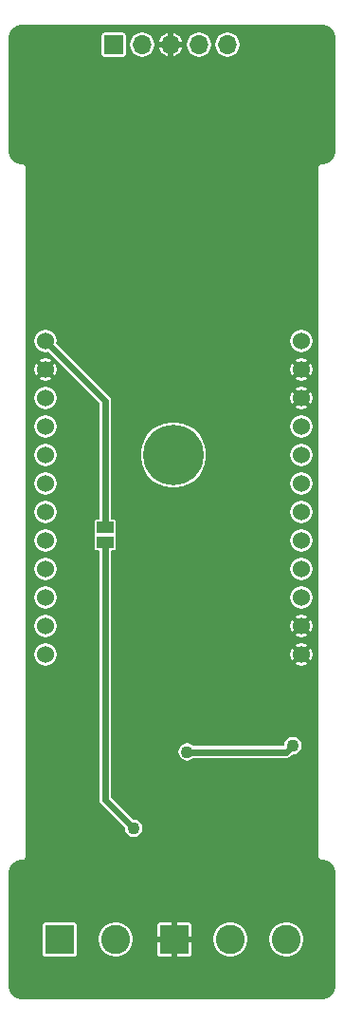
<source format=gbr>
G04 #@! TF.GenerationSoftware,KiCad,Pcbnew,5.1.5+dfsg1-2build2*
G04 #@! TF.CreationDate,2020-10-21T19:02:22+02:00*
G04 #@! TF.ProjectId,Pletacka-board,506c6574-6163-46b6-912d-626f6172642e,rev?*
G04 #@! TF.SameCoordinates,Original*
G04 #@! TF.FileFunction,Copper,L2,Bot*
G04 #@! TF.FilePolarity,Positive*
%FSLAX46Y46*%
G04 Gerber Fmt 4.6, Leading zero omitted, Abs format (unit mm)*
G04 Created by KiCad (PCBNEW 5.1.5+dfsg1-2build2) date 2020-10-21 19:02:22*
%MOMM*%
%LPD*%
G04 APERTURE LIST*
G04 #@! TA.AperFunction,SMDPad,CuDef*
%ADD10R,1.500000X1.000000*%
G04 #@! TD*
G04 #@! TA.AperFunction,ComponentPad*
%ADD11O,1.700000X1.700000*%
G04 #@! TD*
G04 #@! TA.AperFunction,ComponentPad*
%ADD12R,1.700000X1.700000*%
G04 #@! TD*
G04 #@! TA.AperFunction,ComponentPad*
%ADD13C,1.524000*%
G04 #@! TD*
G04 #@! TA.AperFunction,ComponentPad*
%ADD14R,2.600000X2.600000*%
G04 #@! TD*
G04 #@! TA.AperFunction,ComponentPad*
%ADD15C,2.600000*%
G04 #@! TD*
G04 #@! TA.AperFunction,ComponentPad*
%ADD16C,5.400000*%
G04 #@! TD*
G04 #@! TA.AperFunction,ViaPad*
%ADD17C,1.105000*%
G04 #@! TD*
G04 #@! TA.AperFunction,Conductor*
%ADD18C,0.600000*%
G04 #@! TD*
G04 #@! TA.AperFunction,Conductor*
%ADD19C,0.200000*%
G04 #@! TD*
G04 APERTURE END LIST*
D10*
G04 #@! TO.P,JP1,1*
G04 #@! TO.N,Net-(C1-Pad1)*
X140462000Y-107330000D03*
G04 #@! TO.P,JP1,2*
G04 #@! TO.N,+5V*
X140462000Y-106030000D03*
G04 #@! TD*
D11*
G04 #@! TO.P,Pins1,5*
G04 #@! TO.N,+3V3*
X151384000Y-62992000D03*
G04 #@! TO.P,Pins1,4*
G04 #@! TO.N,USER_IO33*
X148844000Y-62992000D03*
G04 #@! TO.P,Pins1,3*
G04 #@! TO.N,GND*
X146304000Y-62992000D03*
G04 #@! TO.P,Pins1,2*
G04 #@! TO.N,USER_IO25*
X143764000Y-62992000D03*
D12*
G04 #@! TO.P,Pins1,1*
G04 #@! TO.N,+5V*
X141224000Y-62992000D03*
G04 #@! TD*
D13*
G04 #@! TO.P,ESP1,3V3-1*
G04 #@! TO.N,+3V3*
X157988000Y-89408000D03*
G04 #@! TO.P,ESP1,G4*
G04 #@! TO.N,GND*
X157988000Y-91948000D03*
G04 #@! TO.P,ESP1,G3*
X157988000Y-94488000D03*
G04 #@! TO.P,ESP1,12*
G04 #@! TO.N,Net-(ESP1-Pad12)*
X157988000Y-97028000D03*
G04 #@! TO.P,ESP1,13*
G04 #@! TO.N,Net-(ESP1-Pad13)*
X157988000Y-99568000D03*
G04 #@! TO.P,ESP1,15*
G04 #@! TO.N,Net-(ESP1-Pad15)*
X157988000Y-102108000D03*
G04 #@! TO.P,ESP1,2*
G04 #@! TO.N,Net-(ESP1-Pad2)*
X157988000Y-104648000D03*
G04 #@! TO.P,ESP1,17*
G04 #@! TO.N,Net-(ESP1-Pad17)*
X157988000Y-107188000D03*
G04 #@! TO.P,ESP1,22*
G04 #@! TO.N,Net-(ESP1-Pad22)*
X157988000Y-109728000D03*
G04 #@! TO.P,ESP1,21*
G04 #@! TO.N,Net-(ESP1-Pad21)*
X157988000Y-112268000D03*
G04 #@! TO.P,ESP1,G2*
G04 #@! TO.N,GND*
X157988000Y-114808000D03*
G04 #@! TO.P,ESP1,G1*
X157988000Y-117348000D03*
G04 #@! TO.P,ESP1,5V*
G04 #@! TO.N,+5V*
X135128000Y-89408000D03*
G04 #@! TO.P,ESP1,G5*
G04 #@! TO.N,GND*
X135128000Y-91948000D03*
G04 #@! TO.P,ESP1,27*
G04 #@! TO.N,LED_USER*
X135128000Y-94488000D03*
G04 #@! TO.P,ESP1,26*
G04 #@! TO.N,BTN_RESET*
X135128000Y-97028000D03*
G04 #@! TO.P,ESP1,25*
G04 #@! TO.N,USER_IO25*
X135128000Y-99568000D03*
G04 #@! TO.P,ESP1,33*
G04 #@! TO.N,USER_IO33*
X135128000Y-102108000D03*
G04 #@! TO.P,ESP1,32*
G04 #@! TO.N,BTN_USER*
X135128000Y-104648000D03*
G04 #@! TO.P,ESP1,39*
G04 #@! TO.N,Net-(ESP1-Pad39)*
X135128000Y-107188000D03*
G04 #@! TO.P,ESP1,38*
G04 #@! TO.N,Net-(ESP1-Pad38)*
X135128000Y-109728000D03*
G04 #@! TO.P,ESP1,37*
G04 #@! TO.N,OPTO_STOP*
X135128000Y-112268000D03*
G04 #@! TO.P,ESP1,36*
G04 #@! TO.N,OPTO_FINSIHED*
X135128000Y-114808000D03*
G04 #@! TO.P,ESP1,3V3-2*
G04 #@! TO.N,+3V3*
X135128000Y-117348000D03*
G04 #@! TD*
D14*
G04 #@! TO.P,POWER_&_FINN_INPUT1,1*
G04 #@! TO.N,GND*
X146638000Y-142748000D03*
D15*
G04 #@! TO.P,POWER_&_FINN_INPUT1,2*
G04 #@! TO.N,OPTO_FINISHED_IN_PLUS*
X151638000Y-142748000D03*
G04 #@! TO.P,POWER_&_FINN_INPUT1,3*
G04 #@! TO.N,VCC*
X156638000Y-142748000D03*
G04 #@! TD*
D14*
G04 #@! TO.P,STOP_INPUT1,1*
G04 #@! TO.N,OPTO_STOP_IN_PLUS*
X136398000Y-142748000D03*
D15*
G04 #@! TO.P,STOP_INPUT1,2*
G04 #@! TO.N,OPTO_STOP_IN_MINUS*
X141398000Y-142748000D03*
G04 #@! TD*
D16*
G04 #@! TO.P,MHole1,1*
G04 #@! TO.N,N/C*
X146558000Y-99568000D03*
G04 #@! TD*
D17*
G04 #@! TO.N,Net-(C1-Pad1)*
X143002000Y-132842000D03*
G04 #@! TO.N,Net-(C5-Pad1)*
X157226000Y-125476000D03*
X147783501Y-126028499D03*
G04 #@! TO.N,GND*
X146812000Y-122428000D03*
X145034000Y-122428000D03*
X146812000Y-123952000D03*
X145034000Y-123952000D03*
X150622000Y-129032000D03*
X150622000Y-130810000D03*
X150622000Y-132842000D03*
X148336000Y-132842000D03*
X152908000Y-132842000D03*
G04 #@! TD*
D18*
G04 #@! TO.N,Net-(C1-Pad1)*
X140462000Y-130302000D02*
X143002000Y-132842000D01*
X140462000Y-107330000D02*
X140462000Y-130302000D01*
G04 #@! TO.N,+5V*
X140462000Y-94742000D02*
X140462000Y-106030000D01*
X135128000Y-89408000D02*
X140462000Y-94742000D01*
G04 #@! TO.N,Net-(C5-Pad1)*
X156673501Y-126028499D02*
X147783501Y-126028499D01*
X157226000Y-125476000D02*
X156673501Y-126028499D01*
G04 #@! TD*
D19*
G04 #@! TO.N,GND*
G36*
X159998583Y-61309363D02*
G01*
X160222311Y-61376911D01*
X160428656Y-61486626D01*
X160609759Y-61634330D01*
X160758724Y-61814400D01*
X160869877Y-62019973D01*
X160938984Y-62243219D01*
X160965001Y-62490758D01*
X160965000Y-72374104D01*
X160940637Y-72622582D01*
X160873089Y-72846311D01*
X160763375Y-73052653D01*
X160615671Y-73233757D01*
X160435603Y-73382722D01*
X160230025Y-73493878D01*
X160006782Y-73562984D01*
X159770237Y-73587845D01*
X159766000Y-73587428D01*
X159702290Y-73593703D01*
X159641027Y-73612287D01*
X159584567Y-73642465D01*
X159535080Y-73683079D01*
X159494466Y-73732566D01*
X159464288Y-73789026D01*
X159445704Y-73850289D01*
X159441001Y-73898039D01*
X159441000Y-135397960D01*
X159445703Y-135445710D01*
X159464287Y-135506973D01*
X159494465Y-135563433D01*
X159535079Y-135612921D01*
X159584566Y-135653535D01*
X159641026Y-135683713D01*
X159702289Y-135702297D01*
X159734203Y-135705440D01*
X159734286Y-135705449D01*
X159735562Y-135705574D01*
X159766000Y-135708572D01*
X159766068Y-135708565D01*
X159998583Y-135731363D01*
X160222311Y-135798911D01*
X160428656Y-135908626D01*
X160609759Y-136056330D01*
X160758724Y-136236400D01*
X160869877Y-136441973D01*
X160938984Y-136665219D01*
X160965001Y-136912758D01*
X160965000Y-146796104D01*
X160940637Y-147044582D01*
X160873089Y-147268311D01*
X160763375Y-147474653D01*
X160615671Y-147655757D01*
X160435603Y-147804722D01*
X160230025Y-147915878D01*
X160006782Y-147984984D01*
X159759252Y-148011000D01*
X133111895Y-148011000D01*
X132863418Y-147986637D01*
X132639689Y-147919089D01*
X132433347Y-147809375D01*
X132252243Y-147661671D01*
X132103278Y-147481603D01*
X131992122Y-147276025D01*
X131923016Y-147052782D01*
X131897000Y-146805252D01*
X131897000Y-141448000D01*
X134796549Y-141448000D01*
X134796549Y-144048000D01*
X134802341Y-144106810D01*
X134819496Y-144163360D01*
X134847353Y-144215477D01*
X134884842Y-144261158D01*
X134930523Y-144298647D01*
X134982640Y-144326504D01*
X135039190Y-144343659D01*
X135098000Y-144349451D01*
X137698000Y-144349451D01*
X137756810Y-144343659D01*
X137813360Y-144326504D01*
X137865477Y-144298647D01*
X137911158Y-144261158D01*
X137948647Y-144215477D01*
X137976504Y-144163360D01*
X137993659Y-144106810D01*
X137999451Y-144048000D01*
X137999451Y-142590414D01*
X139798000Y-142590414D01*
X139798000Y-142905586D01*
X139859487Y-143214703D01*
X139980098Y-143505884D01*
X140155199Y-143767941D01*
X140378059Y-143990801D01*
X140640116Y-144165902D01*
X140931297Y-144286513D01*
X141240414Y-144348000D01*
X141555586Y-144348000D01*
X141864703Y-144286513D01*
X142155884Y-144165902D01*
X142332336Y-144048000D01*
X145036548Y-144048000D01*
X145042340Y-144106810D01*
X145059495Y-144163361D01*
X145087352Y-144215478D01*
X145124841Y-144261159D01*
X145170522Y-144298648D01*
X145222639Y-144326505D01*
X145279190Y-144343660D01*
X145338000Y-144349452D01*
X146413000Y-144348000D01*
X146488000Y-144273000D01*
X146488000Y-142898000D01*
X146788000Y-142898000D01*
X146788000Y-144273000D01*
X146863000Y-144348000D01*
X147938000Y-144349452D01*
X147996810Y-144343660D01*
X148053361Y-144326505D01*
X148105478Y-144298648D01*
X148151159Y-144261159D01*
X148188648Y-144215478D01*
X148216505Y-144163361D01*
X148233660Y-144106810D01*
X148239452Y-144048000D01*
X148238000Y-142973000D01*
X148163000Y-142898000D01*
X146788000Y-142898000D01*
X146488000Y-142898000D01*
X145113000Y-142898000D01*
X145038000Y-142973000D01*
X145036548Y-144048000D01*
X142332336Y-144048000D01*
X142417941Y-143990801D01*
X142640801Y-143767941D01*
X142815902Y-143505884D01*
X142936513Y-143214703D01*
X142998000Y-142905586D01*
X142998000Y-142590414D01*
X142936513Y-142281297D01*
X142815902Y-141990116D01*
X142640801Y-141728059D01*
X142417941Y-141505199D01*
X142332337Y-141448000D01*
X145036548Y-141448000D01*
X145038000Y-142523000D01*
X145113000Y-142598000D01*
X146488000Y-142598000D01*
X146488000Y-141223000D01*
X146788000Y-141223000D01*
X146788000Y-142598000D01*
X148163000Y-142598000D01*
X148170586Y-142590414D01*
X150038000Y-142590414D01*
X150038000Y-142905586D01*
X150099487Y-143214703D01*
X150220098Y-143505884D01*
X150395199Y-143767941D01*
X150618059Y-143990801D01*
X150880116Y-144165902D01*
X151171297Y-144286513D01*
X151480414Y-144348000D01*
X151795586Y-144348000D01*
X152104703Y-144286513D01*
X152395884Y-144165902D01*
X152657941Y-143990801D01*
X152880801Y-143767941D01*
X153055902Y-143505884D01*
X153176513Y-143214703D01*
X153238000Y-142905586D01*
X153238000Y-142590414D01*
X155038000Y-142590414D01*
X155038000Y-142905586D01*
X155099487Y-143214703D01*
X155220098Y-143505884D01*
X155395199Y-143767941D01*
X155618059Y-143990801D01*
X155880116Y-144165902D01*
X156171297Y-144286513D01*
X156480414Y-144348000D01*
X156795586Y-144348000D01*
X157104703Y-144286513D01*
X157395884Y-144165902D01*
X157657941Y-143990801D01*
X157880801Y-143767941D01*
X158055902Y-143505884D01*
X158176513Y-143214703D01*
X158238000Y-142905586D01*
X158238000Y-142590414D01*
X158176513Y-142281297D01*
X158055902Y-141990116D01*
X157880801Y-141728059D01*
X157657941Y-141505199D01*
X157395884Y-141330098D01*
X157104703Y-141209487D01*
X156795586Y-141148000D01*
X156480414Y-141148000D01*
X156171297Y-141209487D01*
X155880116Y-141330098D01*
X155618059Y-141505199D01*
X155395199Y-141728059D01*
X155220098Y-141990116D01*
X155099487Y-142281297D01*
X155038000Y-142590414D01*
X153238000Y-142590414D01*
X153176513Y-142281297D01*
X153055902Y-141990116D01*
X152880801Y-141728059D01*
X152657941Y-141505199D01*
X152395884Y-141330098D01*
X152104703Y-141209487D01*
X151795586Y-141148000D01*
X151480414Y-141148000D01*
X151171297Y-141209487D01*
X150880116Y-141330098D01*
X150618059Y-141505199D01*
X150395199Y-141728059D01*
X150220098Y-141990116D01*
X150099487Y-142281297D01*
X150038000Y-142590414D01*
X148170586Y-142590414D01*
X148238000Y-142523000D01*
X148239452Y-141448000D01*
X148233660Y-141389190D01*
X148216505Y-141332639D01*
X148188648Y-141280522D01*
X148151159Y-141234841D01*
X148105478Y-141197352D01*
X148053361Y-141169495D01*
X147996810Y-141152340D01*
X147938000Y-141146548D01*
X146863000Y-141148000D01*
X146788000Y-141223000D01*
X146488000Y-141223000D01*
X146413000Y-141148000D01*
X145338000Y-141146548D01*
X145279190Y-141152340D01*
X145222639Y-141169495D01*
X145170522Y-141197352D01*
X145124841Y-141234841D01*
X145087352Y-141280522D01*
X145059495Y-141332639D01*
X145042340Y-141389190D01*
X145036548Y-141448000D01*
X142332337Y-141448000D01*
X142155884Y-141330098D01*
X141864703Y-141209487D01*
X141555586Y-141148000D01*
X141240414Y-141148000D01*
X140931297Y-141209487D01*
X140640116Y-141330098D01*
X140378059Y-141505199D01*
X140155199Y-141728059D01*
X139980098Y-141990116D01*
X139859487Y-142281297D01*
X139798000Y-142590414D01*
X137999451Y-142590414D01*
X137999451Y-141448000D01*
X137993659Y-141389190D01*
X137976504Y-141332640D01*
X137948647Y-141280523D01*
X137911158Y-141234842D01*
X137865477Y-141197353D01*
X137813360Y-141169496D01*
X137756810Y-141152341D01*
X137698000Y-141146549D01*
X135098000Y-141146549D01*
X135039190Y-141152341D01*
X134982640Y-141169496D01*
X134930523Y-141197353D01*
X134884842Y-141234842D01*
X134847353Y-141280523D01*
X134819496Y-141332640D01*
X134802341Y-141389190D01*
X134796549Y-141448000D01*
X131897000Y-141448000D01*
X131897000Y-136921896D01*
X131921363Y-136673417D01*
X131988911Y-136449689D01*
X132098626Y-136243344D01*
X132246330Y-136062241D01*
X132426400Y-135913276D01*
X132631973Y-135802123D01*
X132855219Y-135733016D01*
X133091763Y-135708155D01*
X133096000Y-135708572D01*
X133159710Y-135702297D01*
X133220973Y-135683713D01*
X133277433Y-135653535D01*
X133326921Y-135612921D01*
X133367535Y-135563434D01*
X133397713Y-135506974D01*
X133416297Y-135445711D01*
X133421000Y-135397961D01*
X133421000Y-117243402D01*
X134066000Y-117243402D01*
X134066000Y-117452598D01*
X134106812Y-117657774D01*
X134186867Y-117851046D01*
X134303090Y-118024986D01*
X134451014Y-118172910D01*
X134624954Y-118289133D01*
X134818226Y-118369188D01*
X135023402Y-118410000D01*
X135232598Y-118410000D01*
X135437774Y-118369188D01*
X135631046Y-118289133D01*
X135804986Y-118172910D01*
X135952910Y-118024986D01*
X136069133Y-117851046D01*
X136149188Y-117657774D01*
X136190000Y-117452598D01*
X136190000Y-117243402D01*
X136149188Y-117038226D01*
X136069133Y-116844954D01*
X135952910Y-116671014D01*
X135804986Y-116523090D01*
X135631046Y-116406867D01*
X135437774Y-116326812D01*
X135232598Y-116286000D01*
X135023402Y-116286000D01*
X134818226Y-116326812D01*
X134624954Y-116406867D01*
X134451014Y-116523090D01*
X134303090Y-116671014D01*
X134186867Y-116844954D01*
X134106812Y-117038226D01*
X134066000Y-117243402D01*
X133421000Y-117243402D01*
X133421000Y-114703402D01*
X134066000Y-114703402D01*
X134066000Y-114912598D01*
X134106812Y-115117774D01*
X134186867Y-115311046D01*
X134303090Y-115484986D01*
X134451014Y-115632910D01*
X134624954Y-115749133D01*
X134818226Y-115829188D01*
X135023402Y-115870000D01*
X135232598Y-115870000D01*
X135437774Y-115829188D01*
X135631046Y-115749133D01*
X135804986Y-115632910D01*
X135952910Y-115484986D01*
X136069133Y-115311046D01*
X136149188Y-115117774D01*
X136190000Y-114912598D01*
X136190000Y-114703402D01*
X136149188Y-114498226D01*
X136069133Y-114304954D01*
X135952910Y-114131014D01*
X135804986Y-113983090D01*
X135631046Y-113866867D01*
X135437774Y-113786812D01*
X135232598Y-113746000D01*
X135023402Y-113746000D01*
X134818226Y-113786812D01*
X134624954Y-113866867D01*
X134451014Y-113983090D01*
X134303090Y-114131014D01*
X134186867Y-114304954D01*
X134106812Y-114498226D01*
X134066000Y-114703402D01*
X133421000Y-114703402D01*
X133421000Y-112163402D01*
X134066000Y-112163402D01*
X134066000Y-112372598D01*
X134106812Y-112577774D01*
X134186867Y-112771046D01*
X134303090Y-112944986D01*
X134451014Y-113092910D01*
X134624954Y-113209133D01*
X134818226Y-113289188D01*
X135023402Y-113330000D01*
X135232598Y-113330000D01*
X135437774Y-113289188D01*
X135631046Y-113209133D01*
X135804986Y-113092910D01*
X135952910Y-112944986D01*
X136069133Y-112771046D01*
X136149188Y-112577774D01*
X136190000Y-112372598D01*
X136190000Y-112163402D01*
X136149188Y-111958226D01*
X136069133Y-111764954D01*
X135952910Y-111591014D01*
X135804986Y-111443090D01*
X135631046Y-111326867D01*
X135437774Y-111246812D01*
X135232598Y-111206000D01*
X135023402Y-111206000D01*
X134818226Y-111246812D01*
X134624954Y-111326867D01*
X134451014Y-111443090D01*
X134303090Y-111591014D01*
X134186867Y-111764954D01*
X134106812Y-111958226D01*
X134066000Y-112163402D01*
X133421000Y-112163402D01*
X133421000Y-109623402D01*
X134066000Y-109623402D01*
X134066000Y-109832598D01*
X134106812Y-110037774D01*
X134186867Y-110231046D01*
X134303090Y-110404986D01*
X134451014Y-110552910D01*
X134624954Y-110669133D01*
X134818226Y-110749188D01*
X135023402Y-110790000D01*
X135232598Y-110790000D01*
X135437774Y-110749188D01*
X135631046Y-110669133D01*
X135804986Y-110552910D01*
X135952910Y-110404986D01*
X136069133Y-110231046D01*
X136149188Y-110037774D01*
X136190000Y-109832598D01*
X136190000Y-109623402D01*
X136149188Y-109418226D01*
X136069133Y-109224954D01*
X135952910Y-109051014D01*
X135804986Y-108903090D01*
X135631046Y-108786867D01*
X135437774Y-108706812D01*
X135232598Y-108666000D01*
X135023402Y-108666000D01*
X134818226Y-108706812D01*
X134624954Y-108786867D01*
X134451014Y-108903090D01*
X134303090Y-109051014D01*
X134186867Y-109224954D01*
X134106812Y-109418226D01*
X134066000Y-109623402D01*
X133421000Y-109623402D01*
X133421000Y-107083402D01*
X134066000Y-107083402D01*
X134066000Y-107292598D01*
X134106812Y-107497774D01*
X134186867Y-107691046D01*
X134303090Y-107864986D01*
X134451014Y-108012910D01*
X134624954Y-108129133D01*
X134818226Y-108209188D01*
X135023402Y-108250000D01*
X135232598Y-108250000D01*
X135437774Y-108209188D01*
X135631046Y-108129133D01*
X135804986Y-108012910D01*
X135952910Y-107864986D01*
X136069133Y-107691046D01*
X136149188Y-107497774D01*
X136190000Y-107292598D01*
X136190000Y-107083402D01*
X136149188Y-106878226D01*
X136069133Y-106684954D01*
X135952910Y-106511014D01*
X135804986Y-106363090D01*
X135631046Y-106246867D01*
X135437774Y-106166812D01*
X135232598Y-106126000D01*
X135023402Y-106126000D01*
X134818226Y-106166812D01*
X134624954Y-106246867D01*
X134451014Y-106363090D01*
X134303090Y-106511014D01*
X134186867Y-106684954D01*
X134106812Y-106878226D01*
X134066000Y-107083402D01*
X133421000Y-107083402D01*
X133421000Y-104543402D01*
X134066000Y-104543402D01*
X134066000Y-104752598D01*
X134106812Y-104957774D01*
X134186867Y-105151046D01*
X134303090Y-105324986D01*
X134451014Y-105472910D01*
X134624954Y-105589133D01*
X134818226Y-105669188D01*
X135023402Y-105710000D01*
X135232598Y-105710000D01*
X135437774Y-105669188D01*
X135631046Y-105589133D01*
X135804986Y-105472910D01*
X135952910Y-105324986D01*
X136069133Y-105151046D01*
X136149188Y-104957774D01*
X136190000Y-104752598D01*
X136190000Y-104543402D01*
X136149188Y-104338226D01*
X136069133Y-104144954D01*
X135952910Y-103971014D01*
X135804986Y-103823090D01*
X135631046Y-103706867D01*
X135437774Y-103626812D01*
X135232598Y-103586000D01*
X135023402Y-103586000D01*
X134818226Y-103626812D01*
X134624954Y-103706867D01*
X134451014Y-103823090D01*
X134303090Y-103971014D01*
X134186867Y-104144954D01*
X134106812Y-104338226D01*
X134066000Y-104543402D01*
X133421000Y-104543402D01*
X133421000Y-102003402D01*
X134066000Y-102003402D01*
X134066000Y-102212598D01*
X134106812Y-102417774D01*
X134186867Y-102611046D01*
X134303090Y-102784986D01*
X134451014Y-102932910D01*
X134624954Y-103049133D01*
X134818226Y-103129188D01*
X135023402Y-103170000D01*
X135232598Y-103170000D01*
X135437774Y-103129188D01*
X135631046Y-103049133D01*
X135804986Y-102932910D01*
X135952910Y-102784986D01*
X136069133Y-102611046D01*
X136149188Y-102417774D01*
X136190000Y-102212598D01*
X136190000Y-102003402D01*
X136149188Y-101798226D01*
X136069133Y-101604954D01*
X135952910Y-101431014D01*
X135804986Y-101283090D01*
X135631046Y-101166867D01*
X135437774Y-101086812D01*
X135232598Y-101046000D01*
X135023402Y-101046000D01*
X134818226Y-101086812D01*
X134624954Y-101166867D01*
X134451014Y-101283090D01*
X134303090Y-101431014D01*
X134186867Y-101604954D01*
X134106812Y-101798226D01*
X134066000Y-102003402D01*
X133421000Y-102003402D01*
X133421000Y-99463402D01*
X134066000Y-99463402D01*
X134066000Y-99672598D01*
X134106812Y-99877774D01*
X134186867Y-100071046D01*
X134303090Y-100244986D01*
X134451014Y-100392910D01*
X134624954Y-100509133D01*
X134818226Y-100589188D01*
X135023402Y-100630000D01*
X135232598Y-100630000D01*
X135437774Y-100589188D01*
X135631046Y-100509133D01*
X135804986Y-100392910D01*
X135952910Y-100244986D01*
X136069133Y-100071046D01*
X136149188Y-99877774D01*
X136190000Y-99672598D01*
X136190000Y-99463402D01*
X136149188Y-99258226D01*
X136069133Y-99064954D01*
X135952910Y-98891014D01*
X135804986Y-98743090D01*
X135631046Y-98626867D01*
X135437774Y-98546812D01*
X135232598Y-98506000D01*
X135023402Y-98506000D01*
X134818226Y-98546812D01*
X134624954Y-98626867D01*
X134451014Y-98743090D01*
X134303090Y-98891014D01*
X134186867Y-99064954D01*
X134106812Y-99258226D01*
X134066000Y-99463402D01*
X133421000Y-99463402D01*
X133421000Y-96923402D01*
X134066000Y-96923402D01*
X134066000Y-97132598D01*
X134106812Y-97337774D01*
X134186867Y-97531046D01*
X134303090Y-97704986D01*
X134451014Y-97852910D01*
X134624954Y-97969133D01*
X134818226Y-98049188D01*
X135023402Y-98090000D01*
X135232598Y-98090000D01*
X135437774Y-98049188D01*
X135631046Y-97969133D01*
X135804986Y-97852910D01*
X135952910Y-97704986D01*
X136069133Y-97531046D01*
X136149188Y-97337774D01*
X136190000Y-97132598D01*
X136190000Y-96923402D01*
X136149188Y-96718226D01*
X136069133Y-96524954D01*
X135952910Y-96351014D01*
X135804986Y-96203090D01*
X135631046Y-96086867D01*
X135437774Y-96006812D01*
X135232598Y-95966000D01*
X135023402Y-95966000D01*
X134818226Y-96006812D01*
X134624954Y-96086867D01*
X134451014Y-96203090D01*
X134303090Y-96351014D01*
X134186867Y-96524954D01*
X134106812Y-96718226D01*
X134066000Y-96923402D01*
X133421000Y-96923402D01*
X133421000Y-94383402D01*
X134066000Y-94383402D01*
X134066000Y-94592598D01*
X134106812Y-94797774D01*
X134186867Y-94991046D01*
X134303090Y-95164986D01*
X134451014Y-95312910D01*
X134624954Y-95429133D01*
X134818226Y-95509188D01*
X135023402Y-95550000D01*
X135232598Y-95550000D01*
X135437774Y-95509188D01*
X135631046Y-95429133D01*
X135804986Y-95312910D01*
X135952910Y-95164986D01*
X136069133Y-94991046D01*
X136149188Y-94797774D01*
X136190000Y-94592598D01*
X136190000Y-94383402D01*
X136149188Y-94178226D01*
X136069133Y-93984954D01*
X135952910Y-93811014D01*
X135804986Y-93663090D01*
X135631046Y-93546867D01*
X135437774Y-93466812D01*
X135232598Y-93426000D01*
X135023402Y-93426000D01*
X134818226Y-93466812D01*
X134624954Y-93546867D01*
X134451014Y-93663090D01*
X134303090Y-93811014D01*
X134186867Y-93984954D01*
X134106812Y-94178226D01*
X134066000Y-94383402D01*
X133421000Y-94383402D01*
X133421000Y-92747550D01*
X134540582Y-92747550D01*
X134628331Y-92890930D01*
X134821889Y-92970292D01*
X135027210Y-93010368D01*
X135236404Y-93009618D01*
X135441432Y-92968071D01*
X135627669Y-92890930D01*
X135715418Y-92747550D01*
X135128000Y-92160132D01*
X134540582Y-92747550D01*
X133421000Y-92747550D01*
X133421000Y-91847210D01*
X134065632Y-91847210D01*
X134066382Y-92056404D01*
X134107929Y-92261432D01*
X134185070Y-92447669D01*
X134328450Y-92535418D01*
X134915868Y-91948000D01*
X135340132Y-91948000D01*
X135927550Y-92535418D01*
X136070930Y-92447669D01*
X136150292Y-92254111D01*
X136190368Y-92048790D01*
X136189618Y-91839596D01*
X136148071Y-91634568D01*
X136070930Y-91448331D01*
X135927550Y-91360582D01*
X135340132Y-91948000D01*
X134915868Y-91948000D01*
X134328450Y-91360582D01*
X134185070Y-91448331D01*
X134105708Y-91641889D01*
X134065632Y-91847210D01*
X133421000Y-91847210D01*
X133421000Y-91148450D01*
X134540582Y-91148450D01*
X135128000Y-91735868D01*
X135715418Y-91148450D01*
X135627669Y-91005070D01*
X135434111Y-90925708D01*
X135228790Y-90885632D01*
X135019596Y-90886382D01*
X134814568Y-90927929D01*
X134628331Y-91005070D01*
X134540582Y-91148450D01*
X133421000Y-91148450D01*
X133421000Y-89303402D01*
X134066000Y-89303402D01*
X134066000Y-89512598D01*
X134106812Y-89717774D01*
X134186867Y-89911046D01*
X134303090Y-90084986D01*
X134451014Y-90232910D01*
X134624954Y-90349133D01*
X134818226Y-90429188D01*
X135023402Y-90470000D01*
X135232598Y-90470000D01*
X135323409Y-90451937D01*
X139862000Y-94990528D01*
X139862001Y-105228549D01*
X139712000Y-105228549D01*
X139653190Y-105234341D01*
X139596640Y-105251496D01*
X139544523Y-105279353D01*
X139498842Y-105316842D01*
X139461353Y-105362523D01*
X139433496Y-105414640D01*
X139416341Y-105471190D01*
X139410549Y-105530000D01*
X139410549Y-106530000D01*
X139416341Y-106588810D01*
X139433496Y-106645360D01*
X139452011Y-106680000D01*
X139433496Y-106714640D01*
X139416341Y-106771190D01*
X139410549Y-106830000D01*
X139410549Y-107830000D01*
X139416341Y-107888810D01*
X139433496Y-107945360D01*
X139461353Y-107997477D01*
X139498842Y-108043158D01*
X139544523Y-108080647D01*
X139596640Y-108108504D01*
X139653190Y-108125659D01*
X139712000Y-108131451D01*
X139862000Y-108131451D01*
X139862001Y-130272516D01*
X139859097Y-130302000D01*
X139870682Y-130419620D01*
X139904991Y-130532721D01*
X139960705Y-130636955D01*
X140035684Y-130728317D01*
X140058581Y-130747109D01*
X142149500Y-132838029D01*
X142149500Y-132925964D01*
X142182261Y-133090665D01*
X142246524Y-133245810D01*
X142339820Y-133385437D01*
X142458563Y-133504180D01*
X142598190Y-133597476D01*
X142753335Y-133661739D01*
X142918036Y-133694500D01*
X143085964Y-133694500D01*
X143250665Y-133661739D01*
X143405810Y-133597476D01*
X143545437Y-133504180D01*
X143664180Y-133385437D01*
X143757476Y-133245810D01*
X143821739Y-133090665D01*
X143854500Y-132925964D01*
X143854500Y-132758036D01*
X143821739Y-132593335D01*
X143757476Y-132438190D01*
X143664180Y-132298563D01*
X143545437Y-132179820D01*
X143405810Y-132086524D01*
X143250665Y-132022261D01*
X143085964Y-131989500D01*
X142998029Y-131989500D01*
X141062000Y-130053473D01*
X141062000Y-125944535D01*
X146931001Y-125944535D01*
X146931001Y-126112463D01*
X146963762Y-126277164D01*
X147028025Y-126432309D01*
X147121321Y-126571936D01*
X147240064Y-126690679D01*
X147379691Y-126783975D01*
X147534836Y-126848238D01*
X147699537Y-126880999D01*
X147867465Y-126880999D01*
X148032166Y-126848238D01*
X148187311Y-126783975D01*
X148326938Y-126690679D01*
X148389118Y-126628499D01*
X156644027Y-126628499D01*
X156673501Y-126631402D01*
X156702975Y-126628499D01*
X156791122Y-126619817D01*
X156904222Y-126585509D01*
X157008456Y-126529795D01*
X157099818Y-126454816D01*
X157118614Y-126431913D01*
X157222027Y-126328500D01*
X157309964Y-126328500D01*
X157474665Y-126295739D01*
X157629810Y-126231476D01*
X157769437Y-126138180D01*
X157888180Y-126019437D01*
X157981476Y-125879810D01*
X158045739Y-125724665D01*
X158078500Y-125559964D01*
X158078500Y-125392036D01*
X158045739Y-125227335D01*
X157981476Y-125072190D01*
X157888180Y-124932563D01*
X157769437Y-124813820D01*
X157629810Y-124720524D01*
X157474665Y-124656261D01*
X157309964Y-124623500D01*
X157142036Y-124623500D01*
X156977335Y-124656261D01*
X156822190Y-124720524D01*
X156682563Y-124813820D01*
X156563820Y-124932563D01*
X156470524Y-125072190D01*
X156406261Y-125227335D01*
X156373500Y-125392036D01*
X156373500Y-125428499D01*
X148389118Y-125428499D01*
X148326938Y-125366319D01*
X148187311Y-125273023D01*
X148032166Y-125208760D01*
X147867465Y-125175999D01*
X147699537Y-125175999D01*
X147534836Y-125208760D01*
X147379691Y-125273023D01*
X147240064Y-125366319D01*
X147121321Y-125485062D01*
X147028025Y-125624689D01*
X146963762Y-125779834D01*
X146931001Y-125944535D01*
X141062000Y-125944535D01*
X141062000Y-118147550D01*
X157400582Y-118147550D01*
X157488331Y-118290930D01*
X157681889Y-118370292D01*
X157887210Y-118410368D01*
X158096404Y-118409618D01*
X158301432Y-118368071D01*
X158487669Y-118290930D01*
X158575418Y-118147550D01*
X157988000Y-117560132D01*
X157400582Y-118147550D01*
X141062000Y-118147550D01*
X141062000Y-117247210D01*
X156925632Y-117247210D01*
X156926382Y-117456404D01*
X156967929Y-117661432D01*
X157045070Y-117847669D01*
X157188450Y-117935418D01*
X157775868Y-117348000D01*
X158200132Y-117348000D01*
X158787550Y-117935418D01*
X158930930Y-117847669D01*
X159010292Y-117654111D01*
X159050368Y-117448790D01*
X159049618Y-117239596D01*
X159008071Y-117034568D01*
X158930930Y-116848331D01*
X158787550Y-116760582D01*
X158200132Y-117348000D01*
X157775868Y-117348000D01*
X157188450Y-116760582D01*
X157045070Y-116848331D01*
X156965708Y-117041889D01*
X156925632Y-117247210D01*
X141062000Y-117247210D01*
X141062000Y-116548450D01*
X157400582Y-116548450D01*
X157988000Y-117135868D01*
X158575418Y-116548450D01*
X158487669Y-116405070D01*
X158294111Y-116325708D01*
X158088790Y-116285632D01*
X157879596Y-116286382D01*
X157674568Y-116327929D01*
X157488331Y-116405070D01*
X157400582Y-116548450D01*
X141062000Y-116548450D01*
X141062000Y-115607550D01*
X157400582Y-115607550D01*
X157488331Y-115750930D01*
X157681889Y-115830292D01*
X157887210Y-115870368D01*
X158096404Y-115869618D01*
X158301432Y-115828071D01*
X158487669Y-115750930D01*
X158575418Y-115607550D01*
X157988000Y-115020132D01*
X157400582Y-115607550D01*
X141062000Y-115607550D01*
X141062000Y-114707210D01*
X156925632Y-114707210D01*
X156926382Y-114916404D01*
X156967929Y-115121432D01*
X157045070Y-115307669D01*
X157188450Y-115395418D01*
X157775868Y-114808000D01*
X158200132Y-114808000D01*
X158787550Y-115395418D01*
X158930930Y-115307669D01*
X159010292Y-115114111D01*
X159050368Y-114908790D01*
X159049618Y-114699596D01*
X159008071Y-114494568D01*
X158930930Y-114308331D01*
X158787550Y-114220582D01*
X158200132Y-114808000D01*
X157775868Y-114808000D01*
X157188450Y-114220582D01*
X157045070Y-114308331D01*
X156965708Y-114501889D01*
X156925632Y-114707210D01*
X141062000Y-114707210D01*
X141062000Y-114008450D01*
X157400582Y-114008450D01*
X157988000Y-114595868D01*
X158575418Y-114008450D01*
X158487669Y-113865070D01*
X158294111Y-113785708D01*
X158088790Y-113745632D01*
X157879596Y-113746382D01*
X157674568Y-113787929D01*
X157488331Y-113865070D01*
X157400582Y-114008450D01*
X141062000Y-114008450D01*
X141062000Y-112163402D01*
X156926000Y-112163402D01*
X156926000Y-112372598D01*
X156966812Y-112577774D01*
X157046867Y-112771046D01*
X157163090Y-112944986D01*
X157311014Y-113092910D01*
X157484954Y-113209133D01*
X157678226Y-113289188D01*
X157883402Y-113330000D01*
X158092598Y-113330000D01*
X158297774Y-113289188D01*
X158491046Y-113209133D01*
X158664986Y-113092910D01*
X158812910Y-112944986D01*
X158929133Y-112771046D01*
X159009188Y-112577774D01*
X159050000Y-112372598D01*
X159050000Y-112163402D01*
X159009188Y-111958226D01*
X158929133Y-111764954D01*
X158812910Y-111591014D01*
X158664986Y-111443090D01*
X158491046Y-111326867D01*
X158297774Y-111246812D01*
X158092598Y-111206000D01*
X157883402Y-111206000D01*
X157678226Y-111246812D01*
X157484954Y-111326867D01*
X157311014Y-111443090D01*
X157163090Y-111591014D01*
X157046867Y-111764954D01*
X156966812Y-111958226D01*
X156926000Y-112163402D01*
X141062000Y-112163402D01*
X141062000Y-109623402D01*
X156926000Y-109623402D01*
X156926000Y-109832598D01*
X156966812Y-110037774D01*
X157046867Y-110231046D01*
X157163090Y-110404986D01*
X157311014Y-110552910D01*
X157484954Y-110669133D01*
X157678226Y-110749188D01*
X157883402Y-110790000D01*
X158092598Y-110790000D01*
X158297774Y-110749188D01*
X158491046Y-110669133D01*
X158664986Y-110552910D01*
X158812910Y-110404986D01*
X158929133Y-110231046D01*
X159009188Y-110037774D01*
X159050000Y-109832598D01*
X159050000Y-109623402D01*
X159009188Y-109418226D01*
X158929133Y-109224954D01*
X158812910Y-109051014D01*
X158664986Y-108903090D01*
X158491046Y-108786867D01*
X158297774Y-108706812D01*
X158092598Y-108666000D01*
X157883402Y-108666000D01*
X157678226Y-108706812D01*
X157484954Y-108786867D01*
X157311014Y-108903090D01*
X157163090Y-109051014D01*
X157046867Y-109224954D01*
X156966812Y-109418226D01*
X156926000Y-109623402D01*
X141062000Y-109623402D01*
X141062000Y-108131451D01*
X141212000Y-108131451D01*
X141270810Y-108125659D01*
X141327360Y-108108504D01*
X141379477Y-108080647D01*
X141425158Y-108043158D01*
X141462647Y-107997477D01*
X141490504Y-107945360D01*
X141507659Y-107888810D01*
X141513451Y-107830000D01*
X141513451Y-107083402D01*
X156926000Y-107083402D01*
X156926000Y-107292598D01*
X156966812Y-107497774D01*
X157046867Y-107691046D01*
X157163090Y-107864986D01*
X157311014Y-108012910D01*
X157484954Y-108129133D01*
X157678226Y-108209188D01*
X157883402Y-108250000D01*
X158092598Y-108250000D01*
X158297774Y-108209188D01*
X158491046Y-108129133D01*
X158664986Y-108012910D01*
X158812910Y-107864986D01*
X158929133Y-107691046D01*
X159009188Y-107497774D01*
X159050000Y-107292598D01*
X159050000Y-107083402D01*
X159009188Y-106878226D01*
X158929133Y-106684954D01*
X158812910Y-106511014D01*
X158664986Y-106363090D01*
X158491046Y-106246867D01*
X158297774Y-106166812D01*
X158092598Y-106126000D01*
X157883402Y-106126000D01*
X157678226Y-106166812D01*
X157484954Y-106246867D01*
X157311014Y-106363090D01*
X157163090Y-106511014D01*
X157046867Y-106684954D01*
X156966812Y-106878226D01*
X156926000Y-107083402D01*
X141513451Y-107083402D01*
X141513451Y-106830000D01*
X141507659Y-106771190D01*
X141490504Y-106714640D01*
X141471989Y-106680000D01*
X141490504Y-106645360D01*
X141507659Y-106588810D01*
X141513451Y-106530000D01*
X141513451Y-105530000D01*
X141507659Y-105471190D01*
X141490504Y-105414640D01*
X141462647Y-105362523D01*
X141425158Y-105316842D01*
X141379477Y-105279353D01*
X141327360Y-105251496D01*
X141270810Y-105234341D01*
X141212000Y-105228549D01*
X141062000Y-105228549D01*
X141062000Y-104543402D01*
X156926000Y-104543402D01*
X156926000Y-104752598D01*
X156966812Y-104957774D01*
X157046867Y-105151046D01*
X157163090Y-105324986D01*
X157311014Y-105472910D01*
X157484954Y-105589133D01*
X157678226Y-105669188D01*
X157883402Y-105710000D01*
X158092598Y-105710000D01*
X158297774Y-105669188D01*
X158491046Y-105589133D01*
X158664986Y-105472910D01*
X158812910Y-105324986D01*
X158929133Y-105151046D01*
X159009188Y-104957774D01*
X159050000Y-104752598D01*
X159050000Y-104543402D01*
X159009188Y-104338226D01*
X158929133Y-104144954D01*
X158812910Y-103971014D01*
X158664986Y-103823090D01*
X158491046Y-103706867D01*
X158297774Y-103626812D01*
X158092598Y-103586000D01*
X157883402Y-103586000D01*
X157678226Y-103626812D01*
X157484954Y-103706867D01*
X157311014Y-103823090D01*
X157163090Y-103971014D01*
X157046867Y-104144954D01*
X156966812Y-104338226D01*
X156926000Y-104543402D01*
X141062000Y-104543402D01*
X141062000Y-99272526D01*
X143558000Y-99272526D01*
X143558000Y-99863474D01*
X143673288Y-100443068D01*
X143899434Y-100989033D01*
X144227748Y-101480389D01*
X144645611Y-101898252D01*
X145136967Y-102226566D01*
X145682932Y-102452712D01*
X146262526Y-102568000D01*
X146853474Y-102568000D01*
X147433068Y-102452712D01*
X147979033Y-102226566D01*
X148313021Y-102003402D01*
X156926000Y-102003402D01*
X156926000Y-102212598D01*
X156966812Y-102417774D01*
X157046867Y-102611046D01*
X157163090Y-102784986D01*
X157311014Y-102932910D01*
X157484954Y-103049133D01*
X157678226Y-103129188D01*
X157883402Y-103170000D01*
X158092598Y-103170000D01*
X158297774Y-103129188D01*
X158491046Y-103049133D01*
X158664986Y-102932910D01*
X158812910Y-102784986D01*
X158929133Y-102611046D01*
X159009188Y-102417774D01*
X159050000Y-102212598D01*
X159050000Y-102003402D01*
X159009188Y-101798226D01*
X158929133Y-101604954D01*
X158812910Y-101431014D01*
X158664986Y-101283090D01*
X158491046Y-101166867D01*
X158297774Y-101086812D01*
X158092598Y-101046000D01*
X157883402Y-101046000D01*
X157678226Y-101086812D01*
X157484954Y-101166867D01*
X157311014Y-101283090D01*
X157163090Y-101431014D01*
X157046867Y-101604954D01*
X156966812Y-101798226D01*
X156926000Y-102003402D01*
X148313021Y-102003402D01*
X148470389Y-101898252D01*
X148888252Y-101480389D01*
X149216566Y-100989033D01*
X149442712Y-100443068D01*
X149558000Y-99863474D01*
X149558000Y-99463402D01*
X156926000Y-99463402D01*
X156926000Y-99672598D01*
X156966812Y-99877774D01*
X157046867Y-100071046D01*
X157163090Y-100244986D01*
X157311014Y-100392910D01*
X157484954Y-100509133D01*
X157678226Y-100589188D01*
X157883402Y-100630000D01*
X158092598Y-100630000D01*
X158297774Y-100589188D01*
X158491046Y-100509133D01*
X158664986Y-100392910D01*
X158812910Y-100244986D01*
X158929133Y-100071046D01*
X159009188Y-99877774D01*
X159050000Y-99672598D01*
X159050000Y-99463402D01*
X159009188Y-99258226D01*
X158929133Y-99064954D01*
X158812910Y-98891014D01*
X158664986Y-98743090D01*
X158491046Y-98626867D01*
X158297774Y-98546812D01*
X158092598Y-98506000D01*
X157883402Y-98506000D01*
X157678226Y-98546812D01*
X157484954Y-98626867D01*
X157311014Y-98743090D01*
X157163090Y-98891014D01*
X157046867Y-99064954D01*
X156966812Y-99258226D01*
X156926000Y-99463402D01*
X149558000Y-99463402D01*
X149558000Y-99272526D01*
X149442712Y-98692932D01*
X149216566Y-98146967D01*
X148888252Y-97655611D01*
X148470389Y-97237748D01*
X147999938Y-96923402D01*
X156926000Y-96923402D01*
X156926000Y-97132598D01*
X156966812Y-97337774D01*
X157046867Y-97531046D01*
X157163090Y-97704986D01*
X157311014Y-97852910D01*
X157484954Y-97969133D01*
X157678226Y-98049188D01*
X157883402Y-98090000D01*
X158092598Y-98090000D01*
X158297774Y-98049188D01*
X158491046Y-97969133D01*
X158664986Y-97852910D01*
X158812910Y-97704986D01*
X158929133Y-97531046D01*
X159009188Y-97337774D01*
X159050000Y-97132598D01*
X159050000Y-96923402D01*
X159009188Y-96718226D01*
X158929133Y-96524954D01*
X158812910Y-96351014D01*
X158664986Y-96203090D01*
X158491046Y-96086867D01*
X158297774Y-96006812D01*
X158092598Y-95966000D01*
X157883402Y-95966000D01*
X157678226Y-96006812D01*
X157484954Y-96086867D01*
X157311014Y-96203090D01*
X157163090Y-96351014D01*
X157046867Y-96524954D01*
X156966812Y-96718226D01*
X156926000Y-96923402D01*
X147999938Y-96923402D01*
X147979033Y-96909434D01*
X147433068Y-96683288D01*
X146853474Y-96568000D01*
X146262526Y-96568000D01*
X145682932Y-96683288D01*
X145136967Y-96909434D01*
X144645611Y-97237748D01*
X144227748Y-97655611D01*
X143899434Y-98146967D01*
X143673288Y-98692932D01*
X143558000Y-99272526D01*
X141062000Y-99272526D01*
X141062000Y-95287550D01*
X157400582Y-95287550D01*
X157488331Y-95430930D01*
X157681889Y-95510292D01*
X157887210Y-95550368D01*
X158096404Y-95549618D01*
X158301432Y-95508071D01*
X158487669Y-95430930D01*
X158575418Y-95287550D01*
X157988000Y-94700132D01*
X157400582Y-95287550D01*
X141062000Y-95287550D01*
X141062000Y-94771473D01*
X141064903Y-94741999D01*
X141053318Y-94624379D01*
X141019010Y-94511280D01*
X141019010Y-94511279D01*
X140963296Y-94407045D01*
X140947018Y-94387210D01*
X156925632Y-94387210D01*
X156926382Y-94596404D01*
X156967929Y-94801432D01*
X157045070Y-94987669D01*
X157188450Y-95075418D01*
X157775868Y-94488000D01*
X158200132Y-94488000D01*
X158787550Y-95075418D01*
X158930930Y-94987669D01*
X159010292Y-94794111D01*
X159050368Y-94588790D01*
X159049618Y-94379596D01*
X159008071Y-94174568D01*
X158930930Y-93988331D01*
X158787550Y-93900582D01*
X158200132Y-94488000D01*
X157775868Y-94488000D01*
X157188450Y-93900582D01*
X157045070Y-93988331D01*
X156965708Y-94181889D01*
X156925632Y-94387210D01*
X140947018Y-94387210D01*
X140888317Y-94315683D01*
X140865420Y-94296892D01*
X140256978Y-93688450D01*
X157400582Y-93688450D01*
X157988000Y-94275868D01*
X158575418Y-93688450D01*
X158487669Y-93545070D01*
X158294111Y-93465708D01*
X158088790Y-93425632D01*
X157879596Y-93426382D01*
X157674568Y-93467929D01*
X157488331Y-93545070D01*
X157400582Y-93688450D01*
X140256978Y-93688450D01*
X139316078Y-92747550D01*
X157400582Y-92747550D01*
X157488331Y-92890930D01*
X157681889Y-92970292D01*
X157887210Y-93010368D01*
X158096404Y-93009618D01*
X158301432Y-92968071D01*
X158487669Y-92890930D01*
X158575418Y-92747550D01*
X157988000Y-92160132D01*
X157400582Y-92747550D01*
X139316078Y-92747550D01*
X138415738Y-91847210D01*
X156925632Y-91847210D01*
X156926382Y-92056404D01*
X156967929Y-92261432D01*
X157045070Y-92447669D01*
X157188450Y-92535418D01*
X157775868Y-91948000D01*
X158200132Y-91948000D01*
X158787550Y-92535418D01*
X158930930Y-92447669D01*
X159010292Y-92254111D01*
X159050368Y-92048790D01*
X159049618Y-91839596D01*
X159008071Y-91634568D01*
X158930930Y-91448331D01*
X158787550Y-91360582D01*
X158200132Y-91948000D01*
X157775868Y-91948000D01*
X157188450Y-91360582D01*
X157045070Y-91448331D01*
X156965708Y-91641889D01*
X156925632Y-91847210D01*
X138415738Y-91847210D01*
X137716978Y-91148450D01*
X157400582Y-91148450D01*
X157988000Y-91735868D01*
X158575418Y-91148450D01*
X158487669Y-91005070D01*
X158294111Y-90925708D01*
X158088790Y-90885632D01*
X157879596Y-90886382D01*
X157674568Y-90927929D01*
X157488331Y-91005070D01*
X157400582Y-91148450D01*
X137716978Y-91148450D01*
X136171937Y-89603409D01*
X136190000Y-89512598D01*
X136190000Y-89303402D01*
X156926000Y-89303402D01*
X156926000Y-89512598D01*
X156966812Y-89717774D01*
X157046867Y-89911046D01*
X157163090Y-90084986D01*
X157311014Y-90232910D01*
X157484954Y-90349133D01*
X157678226Y-90429188D01*
X157883402Y-90470000D01*
X158092598Y-90470000D01*
X158297774Y-90429188D01*
X158491046Y-90349133D01*
X158664986Y-90232910D01*
X158812910Y-90084986D01*
X158929133Y-89911046D01*
X159009188Y-89717774D01*
X159050000Y-89512598D01*
X159050000Y-89303402D01*
X159009188Y-89098226D01*
X158929133Y-88904954D01*
X158812910Y-88731014D01*
X158664986Y-88583090D01*
X158491046Y-88466867D01*
X158297774Y-88386812D01*
X158092598Y-88346000D01*
X157883402Y-88346000D01*
X157678226Y-88386812D01*
X157484954Y-88466867D01*
X157311014Y-88583090D01*
X157163090Y-88731014D01*
X157046867Y-88904954D01*
X156966812Y-89098226D01*
X156926000Y-89303402D01*
X136190000Y-89303402D01*
X136149188Y-89098226D01*
X136069133Y-88904954D01*
X135952910Y-88731014D01*
X135804986Y-88583090D01*
X135631046Y-88466867D01*
X135437774Y-88386812D01*
X135232598Y-88346000D01*
X135023402Y-88346000D01*
X134818226Y-88386812D01*
X134624954Y-88466867D01*
X134451014Y-88583090D01*
X134303090Y-88731014D01*
X134186867Y-88904954D01*
X134106812Y-89098226D01*
X134066000Y-89303402D01*
X133421000Y-89303402D01*
X133421000Y-73898039D01*
X133416297Y-73850289D01*
X133397713Y-73789026D01*
X133367535Y-73732566D01*
X133326921Y-73683079D01*
X133277434Y-73642465D01*
X133220974Y-73612287D01*
X133159711Y-73593703D01*
X133127797Y-73590560D01*
X133127714Y-73590551D01*
X133126439Y-73590426D01*
X133096000Y-73587428D01*
X133095932Y-73587435D01*
X132863418Y-73564637D01*
X132639689Y-73497089D01*
X132433347Y-73387375D01*
X132252243Y-73239671D01*
X132103278Y-73059603D01*
X131992122Y-72854025D01*
X131923016Y-72630782D01*
X131897000Y-72383252D01*
X131897000Y-62499896D01*
X131921363Y-62251417D01*
X131954398Y-62142000D01*
X140072549Y-62142000D01*
X140072549Y-63842000D01*
X140078341Y-63900810D01*
X140095496Y-63957360D01*
X140123353Y-64009477D01*
X140160842Y-64055158D01*
X140206523Y-64092647D01*
X140258640Y-64120504D01*
X140315190Y-64137659D01*
X140374000Y-64143451D01*
X142074000Y-64143451D01*
X142132810Y-64137659D01*
X142189360Y-64120504D01*
X142241477Y-64092647D01*
X142287158Y-64055158D01*
X142324647Y-64009477D01*
X142352504Y-63957360D01*
X142369659Y-63900810D01*
X142375451Y-63842000D01*
X142375451Y-62878735D01*
X142614000Y-62878735D01*
X142614000Y-63105265D01*
X142658194Y-63327443D01*
X142744884Y-63536729D01*
X142870737Y-63725082D01*
X143030918Y-63885263D01*
X143219271Y-64011116D01*
X143428557Y-64097806D01*
X143650735Y-64142000D01*
X143877265Y-64142000D01*
X144099443Y-64097806D01*
X144308729Y-64011116D01*
X144497082Y-63885263D01*
X144657263Y-63725082D01*
X144783116Y-63536729D01*
X144869806Y-63327443D01*
X144871581Y-63318517D01*
X145201320Y-63318517D01*
X145286208Y-63527365D01*
X145410209Y-63715639D01*
X145568558Y-63876104D01*
X145755169Y-64002594D01*
X145962872Y-64090247D01*
X145977484Y-64094672D01*
X146154000Y-64056483D01*
X146154000Y-63142000D01*
X146454000Y-63142000D01*
X146454000Y-64056483D01*
X146630516Y-64094672D01*
X146645128Y-64090247D01*
X146852831Y-64002594D01*
X147039442Y-63876104D01*
X147197791Y-63715639D01*
X147321792Y-63527365D01*
X147406680Y-63318517D01*
X147369183Y-63142000D01*
X146454000Y-63142000D01*
X146154000Y-63142000D01*
X145238817Y-63142000D01*
X145201320Y-63318517D01*
X144871581Y-63318517D01*
X144914000Y-63105265D01*
X144914000Y-62878735D01*
X147694000Y-62878735D01*
X147694000Y-63105265D01*
X147738194Y-63327443D01*
X147824884Y-63536729D01*
X147950737Y-63725082D01*
X148110918Y-63885263D01*
X148299271Y-64011116D01*
X148508557Y-64097806D01*
X148730735Y-64142000D01*
X148957265Y-64142000D01*
X149179443Y-64097806D01*
X149388729Y-64011116D01*
X149577082Y-63885263D01*
X149737263Y-63725082D01*
X149863116Y-63536729D01*
X149949806Y-63327443D01*
X149994000Y-63105265D01*
X149994000Y-62878735D01*
X150234000Y-62878735D01*
X150234000Y-63105265D01*
X150278194Y-63327443D01*
X150364884Y-63536729D01*
X150490737Y-63725082D01*
X150650918Y-63885263D01*
X150839271Y-64011116D01*
X151048557Y-64097806D01*
X151270735Y-64142000D01*
X151497265Y-64142000D01*
X151719443Y-64097806D01*
X151928729Y-64011116D01*
X152117082Y-63885263D01*
X152277263Y-63725082D01*
X152403116Y-63536729D01*
X152489806Y-63327443D01*
X152534000Y-63105265D01*
X152534000Y-62878735D01*
X152489806Y-62656557D01*
X152403116Y-62447271D01*
X152277263Y-62258918D01*
X152117082Y-62098737D01*
X151928729Y-61972884D01*
X151719443Y-61886194D01*
X151497265Y-61842000D01*
X151270735Y-61842000D01*
X151048557Y-61886194D01*
X150839271Y-61972884D01*
X150650918Y-62098737D01*
X150490737Y-62258918D01*
X150364884Y-62447271D01*
X150278194Y-62656557D01*
X150234000Y-62878735D01*
X149994000Y-62878735D01*
X149949806Y-62656557D01*
X149863116Y-62447271D01*
X149737263Y-62258918D01*
X149577082Y-62098737D01*
X149388729Y-61972884D01*
X149179443Y-61886194D01*
X148957265Y-61842000D01*
X148730735Y-61842000D01*
X148508557Y-61886194D01*
X148299271Y-61972884D01*
X148110918Y-62098737D01*
X147950737Y-62258918D01*
X147824884Y-62447271D01*
X147738194Y-62656557D01*
X147694000Y-62878735D01*
X144914000Y-62878735D01*
X144871582Y-62665483D01*
X145201320Y-62665483D01*
X145238817Y-62842000D01*
X146154000Y-62842000D01*
X146154000Y-61927517D01*
X146454000Y-61927517D01*
X146454000Y-62842000D01*
X147369183Y-62842000D01*
X147406680Y-62665483D01*
X147321792Y-62456635D01*
X147197791Y-62268361D01*
X147039442Y-62107896D01*
X146852831Y-61981406D01*
X146645128Y-61893753D01*
X146630516Y-61889328D01*
X146454000Y-61927517D01*
X146154000Y-61927517D01*
X145977484Y-61889328D01*
X145962872Y-61893753D01*
X145755169Y-61981406D01*
X145568558Y-62107896D01*
X145410209Y-62268361D01*
X145286208Y-62456635D01*
X145201320Y-62665483D01*
X144871582Y-62665483D01*
X144869806Y-62656557D01*
X144783116Y-62447271D01*
X144657263Y-62258918D01*
X144497082Y-62098737D01*
X144308729Y-61972884D01*
X144099443Y-61886194D01*
X143877265Y-61842000D01*
X143650735Y-61842000D01*
X143428557Y-61886194D01*
X143219271Y-61972884D01*
X143030918Y-62098737D01*
X142870737Y-62258918D01*
X142744884Y-62447271D01*
X142658194Y-62656557D01*
X142614000Y-62878735D01*
X142375451Y-62878735D01*
X142375451Y-62142000D01*
X142369659Y-62083190D01*
X142352504Y-62026640D01*
X142324647Y-61974523D01*
X142287158Y-61928842D01*
X142241477Y-61891353D01*
X142189360Y-61863496D01*
X142132810Y-61846341D01*
X142074000Y-61840549D01*
X140374000Y-61840549D01*
X140315190Y-61846341D01*
X140258640Y-61863496D01*
X140206523Y-61891353D01*
X140160842Y-61928842D01*
X140123353Y-61974523D01*
X140095496Y-62026640D01*
X140078341Y-62083190D01*
X140072549Y-62142000D01*
X131954398Y-62142000D01*
X131988911Y-62027689D01*
X132098626Y-61821344D01*
X132246330Y-61640241D01*
X132426400Y-61491276D01*
X132631973Y-61380123D01*
X132855219Y-61311016D01*
X133102748Y-61285000D01*
X159750104Y-61285000D01*
X159998583Y-61309363D01*
G37*
X159998583Y-61309363D02*
X160222311Y-61376911D01*
X160428656Y-61486626D01*
X160609759Y-61634330D01*
X160758724Y-61814400D01*
X160869877Y-62019973D01*
X160938984Y-62243219D01*
X160965001Y-62490758D01*
X160965000Y-72374104D01*
X160940637Y-72622582D01*
X160873089Y-72846311D01*
X160763375Y-73052653D01*
X160615671Y-73233757D01*
X160435603Y-73382722D01*
X160230025Y-73493878D01*
X160006782Y-73562984D01*
X159770237Y-73587845D01*
X159766000Y-73587428D01*
X159702290Y-73593703D01*
X159641027Y-73612287D01*
X159584567Y-73642465D01*
X159535080Y-73683079D01*
X159494466Y-73732566D01*
X159464288Y-73789026D01*
X159445704Y-73850289D01*
X159441001Y-73898039D01*
X159441000Y-135397960D01*
X159445703Y-135445710D01*
X159464287Y-135506973D01*
X159494465Y-135563433D01*
X159535079Y-135612921D01*
X159584566Y-135653535D01*
X159641026Y-135683713D01*
X159702289Y-135702297D01*
X159734203Y-135705440D01*
X159734286Y-135705449D01*
X159735562Y-135705574D01*
X159766000Y-135708572D01*
X159766068Y-135708565D01*
X159998583Y-135731363D01*
X160222311Y-135798911D01*
X160428656Y-135908626D01*
X160609759Y-136056330D01*
X160758724Y-136236400D01*
X160869877Y-136441973D01*
X160938984Y-136665219D01*
X160965001Y-136912758D01*
X160965000Y-146796104D01*
X160940637Y-147044582D01*
X160873089Y-147268311D01*
X160763375Y-147474653D01*
X160615671Y-147655757D01*
X160435603Y-147804722D01*
X160230025Y-147915878D01*
X160006782Y-147984984D01*
X159759252Y-148011000D01*
X133111895Y-148011000D01*
X132863418Y-147986637D01*
X132639689Y-147919089D01*
X132433347Y-147809375D01*
X132252243Y-147661671D01*
X132103278Y-147481603D01*
X131992122Y-147276025D01*
X131923016Y-147052782D01*
X131897000Y-146805252D01*
X131897000Y-141448000D01*
X134796549Y-141448000D01*
X134796549Y-144048000D01*
X134802341Y-144106810D01*
X134819496Y-144163360D01*
X134847353Y-144215477D01*
X134884842Y-144261158D01*
X134930523Y-144298647D01*
X134982640Y-144326504D01*
X135039190Y-144343659D01*
X135098000Y-144349451D01*
X137698000Y-144349451D01*
X137756810Y-144343659D01*
X137813360Y-144326504D01*
X137865477Y-144298647D01*
X137911158Y-144261158D01*
X137948647Y-144215477D01*
X137976504Y-144163360D01*
X137993659Y-144106810D01*
X137999451Y-144048000D01*
X137999451Y-142590414D01*
X139798000Y-142590414D01*
X139798000Y-142905586D01*
X139859487Y-143214703D01*
X139980098Y-143505884D01*
X140155199Y-143767941D01*
X140378059Y-143990801D01*
X140640116Y-144165902D01*
X140931297Y-144286513D01*
X141240414Y-144348000D01*
X141555586Y-144348000D01*
X141864703Y-144286513D01*
X142155884Y-144165902D01*
X142332336Y-144048000D01*
X145036548Y-144048000D01*
X145042340Y-144106810D01*
X145059495Y-144163361D01*
X145087352Y-144215478D01*
X145124841Y-144261159D01*
X145170522Y-144298648D01*
X145222639Y-144326505D01*
X145279190Y-144343660D01*
X145338000Y-144349452D01*
X146413000Y-144348000D01*
X146488000Y-144273000D01*
X146488000Y-142898000D01*
X146788000Y-142898000D01*
X146788000Y-144273000D01*
X146863000Y-144348000D01*
X147938000Y-144349452D01*
X147996810Y-144343660D01*
X148053361Y-144326505D01*
X148105478Y-144298648D01*
X148151159Y-144261159D01*
X148188648Y-144215478D01*
X148216505Y-144163361D01*
X148233660Y-144106810D01*
X148239452Y-144048000D01*
X148238000Y-142973000D01*
X148163000Y-142898000D01*
X146788000Y-142898000D01*
X146488000Y-142898000D01*
X145113000Y-142898000D01*
X145038000Y-142973000D01*
X145036548Y-144048000D01*
X142332336Y-144048000D01*
X142417941Y-143990801D01*
X142640801Y-143767941D01*
X142815902Y-143505884D01*
X142936513Y-143214703D01*
X142998000Y-142905586D01*
X142998000Y-142590414D01*
X142936513Y-142281297D01*
X142815902Y-141990116D01*
X142640801Y-141728059D01*
X142417941Y-141505199D01*
X142332337Y-141448000D01*
X145036548Y-141448000D01*
X145038000Y-142523000D01*
X145113000Y-142598000D01*
X146488000Y-142598000D01*
X146488000Y-141223000D01*
X146788000Y-141223000D01*
X146788000Y-142598000D01*
X148163000Y-142598000D01*
X148170586Y-142590414D01*
X150038000Y-142590414D01*
X150038000Y-142905586D01*
X150099487Y-143214703D01*
X150220098Y-143505884D01*
X150395199Y-143767941D01*
X150618059Y-143990801D01*
X150880116Y-144165902D01*
X151171297Y-144286513D01*
X151480414Y-144348000D01*
X151795586Y-144348000D01*
X152104703Y-144286513D01*
X152395884Y-144165902D01*
X152657941Y-143990801D01*
X152880801Y-143767941D01*
X153055902Y-143505884D01*
X153176513Y-143214703D01*
X153238000Y-142905586D01*
X153238000Y-142590414D01*
X155038000Y-142590414D01*
X155038000Y-142905586D01*
X155099487Y-143214703D01*
X155220098Y-143505884D01*
X155395199Y-143767941D01*
X155618059Y-143990801D01*
X155880116Y-144165902D01*
X156171297Y-144286513D01*
X156480414Y-144348000D01*
X156795586Y-144348000D01*
X157104703Y-144286513D01*
X157395884Y-144165902D01*
X157657941Y-143990801D01*
X157880801Y-143767941D01*
X158055902Y-143505884D01*
X158176513Y-143214703D01*
X158238000Y-142905586D01*
X158238000Y-142590414D01*
X158176513Y-142281297D01*
X158055902Y-141990116D01*
X157880801Y-141728059D01*
X157657941Y-141505199D01*
X157395884Y-141330098D01*
X157104703Y-141209487D01*
X156795586Y-141148000D01*
X156480414Y-141148000D01*
X156171297Y-141209487D01*
X155880116Y-141330098D01*
X155618059Y-141505199D01*
X155395199Y-141728059D01*
X155220098Y-141990116D01*
X155099487Y-142281297D01*
X155038000Y-142590414D01*
X153238000Y-142590414D01*
X153176513Y-142281297D01*
X153055902Y-141990116D01*
X152880801Y-141728059D01*
X152657941Y-141505199D01*
X152395884Y-141330098D01*
X152104703Y-141209487D01*
X151795586Y-141148000D01*
X151480414Y-141148000D01*
X151171297Y-141209487D01*
X150880116Y-141330098D01*
X150618059Y-141505199D01*
X150395199Y-141728059D01*
X150220098Y-141990116D01*
X150099487Y-142281297D01*
X150038000Y-142590414D01*
X148170586Y-142590414D01*
X148238000Y-142523000D01*
X148239452Y-141448000D01*
X148233660Y-141389190D01*
X148216505Y-141332639D01*
X148188648Y-141280522D01*
X148151159Y-141234841D01*
X148105478Y-141197352D01*
X148053361Y-141169495D01*
X147996810Y-141152340D01*
X147938000Y-141146548D01*
X146863000Y-141148000D01*
X146788000Y-141223000D01*
X146488000Y-141223000D01*
X146413000Y-141148000D01*
X145338000Y-141146548D01*
X145279190Y-141152340D01*
X145222639Y-141169495D01*
X145170522Y-141197352D01*
X145124841Y-141234841D01*
X145087352Y-141280522D01*
X145059495Y-141332639D01*
X145042340Y-141389190D01*
X145036548Y-141448000D01*
X142332337Y-141448000D01*
X142155884Y-141330098D01*
X141864703Y-141209487D01*
X141555586Y-141148000D01*
X141240414Y-141148000D01*
X140931297Y-141209487D01*
X140640116Y-141330098D01*
X140378059Y-141505199D01*
X140155199Y-141728059D01*
X139980098Y-141990116D01*
X139859487Y-142281297D01*
X139798000Y-142590414D01*
X137999451Y-142590414D01*
X137999451Y-141448000D01*
X137993659Y-141389190D01*
X137976504Y-141332640D01*
X137948647Y-141280523D01*
X137911158Y-141234842D01*
X137865477Y-141197353D01*
X137813360Y-141169496D01*
X137756810Y-141152341D01*
X137698000Y-141146549D01*
X135098000Y-141146549D01*
X135039190Y-141152341D01*
X134982640Y-141169496D01*
X134930523Y-141197353D01*
X134884842Y-141234842D01*
X134847353Y-141280523D01*
X134819496Y-141332640D01*
X134802341Y-141389190D01*
X134796549Y-141448000D01*
X131897000Y-141448000D01*
X131897000Y-136921896D01*
X131921363Y-136673417D01*
X131988911Y-136449689D01*
X132098626Y-136243344D01*
X132246330Y-136062241D01*
X132426400Y-135913276D01*
X132631973Y-135802123D01*
X132855219Y-135733016D01*
X133091763Y-135708155D01*
X133096000Y-135708572D01*
X133159710Y-135702297D01*
X133220973Y-135683713D01*
X133277433Y-135653535D01*
X133326921Y-135612921D01*
X133367535Y-135563434D01*
X133397713Y-135506974D01*
X133416297Y-135445711D01*
X133421000Y-135397961D01*
X133421000Y-117243402D01*
X134066000Y-117243402D01*
X134066000Y-117452598D01*
X134106812Y-117657774D01*
X134186867Y-117851046D01*
X134303090Y-118024986D01*
X134451014Y-118172910D01*
X134624954Y-118289133D01*
X134818226Y-118369188D01*
X135023402Y-118410000D01*
X135232598Y-118410000D01*
X135437774Y-118369188D01*
X135631046Y-118289133D01*
X135804986Y-118172910D01*
X135952910Y-118024986D01*
X136069133Y-117851046D01*
X136149188Y-117657774D01*
X136190000Y-117452598D01*
X136190000Y-117243402D01*
X136149188Y-117038226D01*
X136069133Y-116844954D01*
X135952910Y-116671014D01*
X135804986Y-116523090D01*
X135631046Y-116406867D01*
X135437774Y-116326812D01*
X135232598Y-116286000D01*
X135023402Y-116286000D01*
X134818226Y-116326812D01*
X134624954Y-116406867D01*
X134451014Y-116523090D01*
X134303090Y-116671014D01*
X134186867Y-116844954D01*
X134106812Y-117038226D01*
X134066000Y-117243402D01*
X133421000Y-117243402D01*
X133421000Y-114703402D01*
X134066000Y-114703402D01*
X134066000Y-114912598D01*
X134106812Y-115117774D01*
X134186867Y-115311046D01*
X134303090Y-115484986D01*
X134451014Y-115632910D01*
X134624954Y-115749133D01*
X134818226Y-115829188D01*
X135023402Y-115870000D01*
X135232598Y-115870000D01*
X135437774Y-115829188D01*
X135631046Y-115749133D01*
X135804986Y-115632910D01*
X135952910Y-115484986D01*
X136069133Y-115311046D01*
X136149188Y-115117774D01*
X136190000Y-114912598D01*
X136190000Y-114703402D01*
X136149188Y-114498226D01*
X136069133Y-114304954D01*
X135952910Y-114131014D01*
X135804986Y-113983090D01*
X135631046Y-113866867D01*
X135437774Y-113786812D01*
X135232598Y-113746000D01*
X135023402Y-113746000D01*
X134818226Y-113786812D01*
X134624954Y-113866867D01*
X134451014Y-113983090D01*
X134303090Y-114131014D01*
X134186867Y-114304954D01*
X134106812Y-114498226D01*
X134066000Y-114703402D01*
X133421000Y-114703402D01*
X133421000Y-112163402D01*
X134066000Y-112163402D01*
X134066000Y-112372598D01*
X134106812Y-112577774D01*
X134186867Y-112771046D01*
X134303090Y-112944986D01*
X134451014Y-113092910D01*
X134624954Y-113209133D01*
X134818226Y-113289188D01*
X135023402Y-113330000D01*
X135232598Y-113330000D01*
X135437774Y-113289188D01*
X135631046Y-113209133D01*
X135804986Y-113092910D01*
X135952910Y-112944986D01*
X136069133Y-112771046D01*
X136149188Y-112577774D01*
X136190000Y-112372598D01*
X136190000Y-112163402D01*
X136149188Y-111958226D01*
X136069133Y-111764954D01*
X135952910Y-111591014D01*
X135804986Y-111443090D01*
X135631046Y-111326867D01*
X135437774Y-111246812D01*
X135232598Y-111206000D01*
X135023402Y-111206000D01*
X134818226Y-111246812D01*
X134624954Y-111326867D01*
X134451014Y-111443090D01*
X134303090Y-111591014D01*
X134186867Y-111764954D01*
X134106812Y-111958226D01*
X134066000Y-112163402D01*
X133421000Y-112163402D01*
X133421000Y-109623402D01*
X134066000Y-109623402D01*
X134066000Y-109832598D01*
X134106812Y-110037774D01*
X134186867Y-110231046D01*
X134303090Y-110404986D01*
X134451014Y-110552910D01*
X134624954Y-110669133D01*
X134818226Y-110749188D01*
X135023402Y-110790000D01*
X135232598Y-110790000D01*
X135437774Y-110749188D01*
X135631046Y-110669133D01*
X135804986Y-110552910D01*
X135952910Y-110404986D01*
X136069133Y-110231046D01*
X136149188Y-110037774D01*
X136190000Y-109832598D01*
X136190000Y-109623402D01*
X136149188Y-109418226D01*
X136069133Y-109224954D01*
X135952910Y-109051014D01*
X135804986Y-108903090D01*
X135631046Y-108786867D01*
X135437774Y-108706812D01*
X135232598Y-108666000D01*
X135023402Y-108666000D01*
X134818226Y-108706812D01*
X134624954Y-108786867D01*
X134451014Y-108903090D01*
X134303090Y-109051014D01*
X134186867Y-109224954D01*
X134106812Y-109418226D01*
X134066000Y-109623402D01*
X133421000Y-109623402D01*
X133421000Y-107083402D01*
X134066000Y-107083402D01*
X134066000Y-107292598D01*
X134106812Y-107497774D01*
X134186867Y-107691046D01*
X134303090Y-107864986D01*
X134451014Y-108012910D01*
X134624954Y-108129133D01*
X134818226Y-108209188D01*
X135023402Y-108250000D01*
X135232598Y-108250000D01*
X135437774Y-108209188D01*
X135631046Y-108129133D01*
X135804986Y-108012910D01*
X135952910Y-107864986D01*
X136069133Y-107691046D01*
X136149188Y-107497774D01*
X136190000Y-107292598D01*
X136190000Y-107083402D01*
X136149188Y-106878226D01*
X136069133Y-106684954D01*
X135952910Y-106511014D01*
X135804986Y-106363090D01*
X135631046Y-106246867D01*
X135437774Y-106166812D01*
X135232598Y-106126000D01*
X135023402Y-106126000D01*
X134818226Y-106166812D01*
X134624954Y-106246867D01*
X134451014Y-106363090D01*
X134303090Y-106511014D01*
X134186867Y-106684954D01*
X134106812Y-106878226D01*
X134066000Y-107083402D01*
X133421000Y-107083402D01*
X133421000Y-104543402D01*
X134066000Y-104543402D01*
X134066000Y-104752598D01*
X134106812Y-104957774D01*
X134186867Y-105151046D01*
X134303090Y-105324986D01*
X134451014Y-105472910D01*
X134624954Y-105589133D01*
X134818226Y-105669188D01*
X135023402Y-105710000D01*
X135232598Y-105710000D01*
X135437774Y-105669188D01*
X135631046Y-105589133D01*
X135804986Y-105472910D01*
X135952910Y-105324986D01*
X136069133Y-105151046D01*
X136149188Y-104957774D01*
X136190000Y-104752598D01*
X136190000Y-104543402D01*
X136149188Y-104338226D01*
X136069133Y-104144954D01*
X135952910Y-103971014D01*
X135804986Y-103823090D01*
X135631046Y-103706867D01*
X135437774Y-103626812D01*
X135232598Y-103586000D01*
X135023402Y-103586000D01*
X134818226Y-103626812D01*
X134624954Y-103706867D01*
X134451014Y-103823090D01*
X134303090Y-103971014D01*
X134186867Y-104144954D01*
X134106812Y-104338226D01*
X134066000Y-104543402D01*
X133421000Y-104543402D01*
X133421000Y-102003402D01*
X134066000Y-102003402D01*
X134066000Y-102212598D01*
X134106812Y-102417774D01*
X134186867Y-102611046D01*
X134303090Y-102784986D01*
X134451014Y-102932910D01*
X134624954Y-103049133D01*
X134818226Y-103129188D01*
X135023402Y-103170000D01*
X135232598Y-103170000D01*
X135437774Y-103129188D01*
X135631046Y-103049133D01*
X135804986Y-102932910D01*
X135952910Y-102784986D01*
X136069133Y-102611046D01*
X136149188Y-102417774D01*
X136190000Y-102212598D01*
X136190000Y-102003402D01*
X136149188Y-101798226D01*
X136069133Y-101604954D01*
X135952910Y-101431014D01*
X135804986Y-101283090D01*
X135631046Y-101166867D01*
X135437774Y-101086812D01*
X135232598Y-101046000D01*
X135023402Y-101046000D01*
X134818226Y-101086812D01*
X134624954Y-101166867D01*
X134451014Y-101283090D01*
X134303090Y-101431014D01*
X134186867Y-101604954D01*
X134106812Y-101798226D01*
X134066000Y-102003402D01*
X133421000Y-102003402D01*
X133421000Y-99463402D01*
X134066000Y-99463402D01*
X134066000Y-99672598D01*
X134106812Y-99877774D01*
X134186867Y-100071046D01*
X134303090Y-100244986D01*
X134451014Y-100392910D01*
X134624954Y-100509133D01*
X134818226Y-100589188D01*
X135023402Y-100630000D01*
X135232598Y-100630000D01*
X135437774Y-100589188D01*
X135631046Y-100509133D01*
X135804986Y-100392910D01*
X135952910Y-100244986D01*
X136069133Y-100071046D01*
X136149188Y-99877774D01*
X136190000Y-99672598D01*
X136190000Y-99463402D01*
X136149188Y-99258226D01*
X136069133Y-99064954D01*
X135952910Y-98891014D01*
X135804986Y-98743090D01*
X135631046Y-98626867D01*
X135437774Y-98546812D01*
X135232598Y-98506000D01*
X135023402Y-98506000D01*
X134818226Y-98546812D01*
X134624954Y-98626867D01*
X134451014Y-98743090D01*
X134303090Y-98891014D01*
X134186867Y-99064954D01*
X134106812Y-99258226D01*
X134066000Y-99463402D01*
X133421000Y-99463402D01*
X133421000Y-96923402D01*
X134066000Y-96923402D01*
X134066000Y-97132598D01*
X134106812Y-97337774D01*
X134186867Y-97531046D01*
X134303090Y-97704986D01*
X134451014Y-97852910D01*
X134624954Y-97969133D01*
X134818226Y-98049188D01*
X135023402Y-98090000D01*
X135232598Y-98090000D01*
X135437774Y-98049188D01*
X135631046Y-97969133D01*
X135804986Y-97852910D01*
X135952910Y-97704986D01*
X136069133Y-97531046D01*
X136149188Y-97337774D01*
X136190000Y-97132598D01*
X136190000Y-96923402D01*
X136149188Y-96718226D01*
X136069133Y-96524954D01*
X135952910Y-96351014D01*
X135804986Y-96203090D01*
X135631046Y-96086867D01*
X135437774Y-96006812D01*
X135232598Y-95966000D01*
X135023402Y-95966000D01*
X134818226Y-96006812D01*
X134624954Y-96086867D01*
X134451014Y-96203090D01*
X134303090Y-96351014D01*
X134186867Y-96524954D01*
X134106812Y-96718226D01*
X134066000Y-96923402D01*
X133421000Y-96923402D01*
X133421000Y-94383402D01*
X134066000Y-94383402D01*
X134066000Y-94592598D01*
X134106812Y-94797774D01*
X134186867Y-94991046D01*
X134303090Y-95164986D01*
X134451014Y-95312910D01*
X134624954Y-95429133D01*
X134818226Y-95509188D01*
X135023402Y-95550000D01*
X135232598Y-95550000D01*
X135437774Y-95509188D01*
X135631046Y-95429133D01*
X135804986Y-95312910D01*
X135952910Y-95164986D01*
X136069133Y-94991046D01*
X136149188Y-94797774D01*
X136190000Y-94592598D01*
X136190000Y-94383402D01*
X136149188Y-94178226D01*
X136069133Y-93984954D01*
X135952910Y-93811014D01*
X135804986Y-93663090D01*
X135631046Y-93546867D01*
X135437774Y-93466812D01*
X135232598Y-93426000D01*
X135023402Y-93426000D01*
X134818226Y-93466812D01*
X134624954Y-93546867D01*
X134451014Y-93663090D01*
X134303090Y-93811014D01*
X134186867Y-93984954D01*
X134106812Y-94178226D01*
X134066000Y-94383402D01*
X133421000Y-94383402D01*
X133421000Y-92747550D01*
X134540582Y-92747550D01*
X134628331Y-92890930D01*
X134821889Y-92970292D01*
X135027210Y-93010368D01*
X135236404Y-93009618D01*
X135441432Y-92968071D01*
X135627669Y-92890930D01*
X135715418Y-92747550D01*
X135128000Y-92160132D01*
X134540582Y-92747550D01*
X133421000Y-92747550D01*
X133421000Y-91847210D01*
X134065632Y-91847210D01*
X134066382Y-92056404D01*
X134107929Y-92261432D01*
X134185070Y-92447669D01*
X134328450Y-92535418D01*
X134915868Y-91948000D01*
X135340132Y-91948000D01*
X135927550Y-92535418D01*
X136070930Y-92447669D01*
X136150292Y-92254111D01*
X136190368Y-92048790D01*
X136189618Y-91839596D01*
X136148071Y-91634568D01*
X136070930Y-91448331D01*
X135927550Y-91360582D01*
X135340132Y-91948000D01*
X134915868Y-91948000D01*
X134328450Y-91360582D01*
X134185070Y-91448331D01*
X134105708Y-91641889D01*
X134065632Y-91847210D01*
X133421000Y-91847210D01*
X133421000Y-91148450D01*
X134540582Y-91148450D01*
X135128000Y-91735868D01*
X135715418Y-91148450D01*
X135627669Y-91005070D01*
X135434111Y-90925708D01*
X135228790Y-90885632D01*
X135019596Y-90886382D01*
X134814568Y-90927929D01*
X134628331Y-91005070D01*
X134540582Y-91148450D01*
X133421000Y-91148450D01*
X133421000Y-89303402D01*
X134066000Y-89303402D01*
X134066000Y-89512598D01*
X134106812Y-89717774D01*
X134186867Y-89911046D01*
X134303090Y-90084986D01*
X134451014Y-90232910D01*
X134624954Y-90349133D01*
X134818226Y-90429188D01*
X135023402Y-90470000D01*
X135232598Y-90470000D01*
X135323409Y-90451937D01*
X139862000Y-94990528D01*
X139862001Y-105228549D01*
X139712000Y-105228549D01*
X139653190Y-105234341D01*
X139596640Y-105251496D01*
X139544523Y-105279353D01*
X139498842Y-105316842D01*
X139461353Y-105362523D01*
X139433496Y-105414640D01*
X139416341Y-105471190D01*
X139410549Y-105530000D01*
X139410549Y-106530000D01*
X139416341Y-106588810D01*
X139433496Y-106645360D01*
X139452011Y-106680000D01*
X139433496Y-106714640D01*
X139416341Y-106771190D01*
X139410549Y-106830000D01*
X139410549Y-107830000D01*
X139416341Y-107888810D01*
X139433496Y-107945360D01*
X139461353Y-107997477D01*
X139498842Y-108043158D01*
X139544523Y-108080647D01*
X139596640Y-108108504D01*
X139653190Y-108125659D01*
X139712000Y-108131451D01*
X139862000Y-108131451D01*
X139862001Y-130272516D01*
X139859097Y-130302000D01*
X139870682Y-130419620D01*
X139904991Y-130532721D01*
X139960705Y-130636955D01*
X140035684Y-130728317D01*
X140058581Y-130747109D01*
X142149500Y-132838029D01*
X142149500Y-132925964D01*
X142182261Y-133090665D01*
X142246524Y-133245810D01*
X142339820Y-133385437D01*
X142458563Y-133504180D01*
X142598190Y-133597476D01*
X142753335Y-133661739D01*
X142918036Y-133694500D01*
X143085964Y-133694500D01*
X143250665Y-133661739D01*
X143405810Y-133597476D01*
X143545437Y-133504180D01*
X143664180Y-133385437D01*
X143757476Y-133245810D01*
X143821739Y-133090665D01*
X143854500Y-132925964D01*
X143854500Y-132758036D01*
X143821739Y-132593335D01*
X143757476Y-132438190D01*
X143664180Y-132298563D01*
X143545437Y-132179820D01*
X143405810Y-132086524D01*
X143250665Y-132022261D01*
X143085964Y-131989500D01*
X142998029Y-131989500D01*
X141062000Y-130053473D01*
X141062000Y-125944535D01*
X146931001Y-125944535D01*
X146931001Y-126112463D01*
X146963762Y-126277164D01*
X147028025Y-126432309D01*
X147121321Y-126571936D01*
X147240064Y-126690679D01*
X147379691Y-126783975D01*
X147534836Y-126848238D01*
X147699537Y-126880999D01*
X147867465Y-126880999D01*
X148032166Y-126848238D01*
X148187311Y-126783975D01*
X148326938Y-126690679D01*
X148389118Y-126628499D01*
X156644027Y-126628499D01*
X156673501Y-126631402D01*
X156702975Y-126628499D01*
X156791122Y-126619817D01*
X156904222Y-126585509D01*
X157008456Y-126529795D01*
X157099818Y-126454816D01*
X157118614Y-126431913D01*
X157222027Y-126328500D01*
X157309964Y-126328500D01*
X157474665Y-126295739D01*
X157629810Y-126231476D01*
X157769437Y-126138180D01*
X157888180Y-126019437D01*
X157981476Y-125879810D01*
X158045739Y-125724665D01*
X158078500Y-125559964D01*
X158078500Y-125392036D01*
X158045739Y-125227335D01*
X157981476Y-125072190D01*
X157888180Y-124932563D01*
X157769437Y-124813820D01*
X157629810Y-124720524D01*
X157474665Y-124656261D01*
X157309964Y-124623500D01*
X157142036Y-124623500D01*
X156977335Y-124656261D01*
X156822190Y-124720524D01*
X156682563Y-124813820D01*
X156563820Y-124932563D01*
X156470524Y-125072190D01*
X156406261Y-125227335D01*
X156373500Y-125392036D01*
X156373500Y-125428499D01*
X148389118Y-125428499D01*
X148326938Y-125366319D01*
X148187311Y-125273023D01*
X148032166Y-125208760D01*
X147867465Y-125175999D01*
X147699537Y-125175999D01*
X147534836Y-125208760D01*
X147379691Y-125273023D01*
X147240064Y-125366319D01*
X147121321Y-125485062D01*
X147028025Y-125624689D01*
X146963762Y-125779834D01*
X146931001Y-125944535D01*
X141062000Y-125944535D01*
X141062000Y-118147550D01*
X157400582Y-118147550D01*
X157488331Y-118290930D01*
X157681889Y-118370292D01*
X157887210Y-118410368D01*
X158096404Y-118409618D01*
X158301432Y-118368071D01*
X158487669Y-118290930D01*
X158575418Y-118147550D01*
X157988000Y-117560132D01*
X157400582Y-118147550D01*
X141062000Y-118147550D01*
X141062000Y-117247210D01*
X156925632Y-117247210D01*
X156926382Y-117456404D01*
X156967929Y-117661432D01*
X157045070Y-117847669D01*
X157188450Y-117935418D01*
X157775868Y-117348000D01*
X158200132Y-117348000D01*
X158787550Y-117935418D01*
X158930930Y-117847669D01*
X159010292Y-117654111D01*
X159050368Y-117448790D01*
X159049618Y-117239596D01*
X159008071Y-117034568D01*
X158930930Y-116848331D01*
X158787550Y-116760582D01*
X158200132Y-117348000D01*
X157775868Y-117348000D01*
X157188450Y-116760582D01*
X157045070Y-116848331D01*
X156965708Y-117041889D01*
X156925632Y-117247210D01*
X141062000Y-117247210D01*
X141062000Y-116548450D01*
X157400582Y-116548450D01*
X157988000Y-117135868D01*
X158575418Y-116548450D01*
X158487669Y-116405070D01*
X158294111Y-116325708D01*
X158088790Y-116285632D01*
X157879596Y-116286382D01*
X157674568Y-116327929D01*
X157488331Y-116405070D01*
X157400582Y-116548450D01*
X141062000Y-116548450D01*
X141062000Y-115607550D01*
X157400582Y-115607550D01*
X157488331Y-115750930D01*
X157681889Y-115830292D01*
X157887210Y-115870368D01*
X158096404Y-115869618D01*
X158301432Y-115828071D01*
X158487669Y-115750930D01*
X158575418Y-115607550D01*
X157988000Y-115020132D01*
X157400582Y-115607550D01*
X141062000Y-115607550D01*
X141062000Y-114707210D01*
X156925632Y-114707210D01*
X156926382Y-114916404D01*
X156967929Y-115121432D01*
X157045070Y-115307669D01*
X157188450Y-115395418D01*
X157775868Y-114808000D01*
X158200132Y-114808000D01*
X158787550Y-115395418D01*
X158930930Y-115307669D01*
X159010292Y-115114111D01*
X159050368Y-114908790D01*
X159049618Y-114699596D01*
X159008071Y-114494568D01*
X158930930Y-114308331D01*
X158787550Y-114220582D01*
X158200132Y-114808000D01*
X157775868Y-114808000D01*
X157188450Y-114220582D01*
X157045070Y-114308331D01*
X156965708Y-114501889D01*
X156925632Y-114707210D01*
X141062000Y-114707210D01*
X141062000Y-114008450D01*
X157400582Y-114008450D01*
X157988000Y-114595868D01*
X158575418Y-114008450D01*
X158487669Y-113865070D01*
X158294111Y-113785708D01*
X158088790Y-113745632D01*
X157879596Y-113746382D01*
X157674568Y-113787929D01*
X157488331Y-113865070D01*
X157400582Y-114008450D01*
X141062000Y-114008450D01*
X141062000Y-112163402D01*
X156926000Y-112163402D01*
X156926000Y-112372598D01*
X156966812Y-112577774D01*
X157046867Y-112771046D01*
X157163090Y-112944986D01*
X157311014Y-113092910D01*
X157484954Y-113209133D01*
X157678226Y-113289188D01*
X157883402Y-113330000D01*
X158092598Y-113330000D01*
X158297774Y-113289188D01*
X158491046Y-113209133D01*
X158664986Y-113092910D01*
X158812910Y-112944986D01*
X158929133Y-112771046D01*
X159009188Y-112577774D01*
X159050000Y-112372598D01*
X159050000Y-112163402D01*
X159009188Y-111958226D01*
X158929133Y-111764954D01*
X158812910Y-111591014D01*
X158664986Y-111443090D01*
X158491046Y-111326867D01*
X158297774Y-111246812D01*
X158092598Y-111206000D01*
X157883402Y-111206000D01*
X157678226Y-111246812D01*
X157484954Y-111326867D01*
X157311014Y-111443090D01*
X157163090Y-111591014D01*
X157046867Y-111764954D01*
X156966812Y-111958226D01*
X156926000Y-112163402D01*
X141062000Y-112163402D01*
X141062000Y-109623402D01*
X156926000Y-109623402D01*
X156926000Y-109832598D01*
X156966812Y-110037774D01*
X157046867Y-110231046D01*
X157163090Y-110404986D01*
X157311014Y-110552910D01*
X157484954Y-110669133D01*
X157678226Y-110749188D01*
X157883402Y-110790000D01*
X158092598Y-110790000D01*
X158297774Y-110749188D01*
X158491046Y-110669133D01*
X158664986Y-110552910D01*
X158812910Y-110404986D01*
X158929133Y-110231046D01*
X159009188Y-110037774D01*
X159050000Y-109832598D01*
X159050000Y-109623402D01*
X159009188Y-109418226D01*
X158929133Y-109224954D01*
X158812910Y-109051014D01*
X158664986Y-108903090D01*
X158491046Y-108786867D01*
X158297774Y-108706812D01*
X158092598Y-108666000D01*
X157883402Y-108666000D01*
X157678226Y-108706812D01*
X157484954Y-108786867D01*
X157311014Y-108903090D01*
X157163090Y-109051014D01*
X157046867Y-109224954D01*
X156966812Y-109418226D01*
X156926000Y-109623402D01*
X141062000Y-109623402D01*
X141062000Y-108131451D01*
X141212000Y-108131451D01*
X141270810Y-108125659D01*
X141327360Y-108108504D01*
X141379477Y-108080647D01*
X141425158Y-108043158D01*
X141462647Y-107997477D01*
X141490504Y-107945360D01*
X141507659Y-107888810D01*
X141513451Y-107830000D01*
X141513451Y-107083402D01*
X156926000Y-107083402D01*
X156926000Y-107292598D01*
X156966812Y-107497774D01*
X157046867Y-107691046D01*
X157163090Y-107864986D01*
X157311014Y-108012910D01*
X157484954Y-108129133D01*
X157678226Y-108209188D01*
X157883402Y-108250000D01*
X158092598Y-108250000D01*
X158297774Y-108209188D01*
X158491046Y-108129133D01*
X158664986Y-108012910D01*
X158812910Y-107864986D01*
X158929133Y-107691046D01*
X159009188Y-107497774D01*
X159050000Y-107292598D01*
X159050000Y-107083402D01*
X159009188Y-106878226D01*
X158929133Y-106684954D01*
X158812910Y-106511014D01*
X158664986Y-106363090D01*
X158491046Y-106246867D01*
X158297774Y-106166812D01*
X158092598Y-106126000D01*
X157883402Y-106126000D01*
X157678226Y-106166812D01*
X157484954Y-106246867D01*
X157311014Y-106363090D01*
X157163090Y-106511014D01*
X157046867Y-106684954D01*
X156966812Y-106878226D01*
X156926000Y-107083402D01*
X141513451Y-107083402D01*
X141513451Y-106830000D01*
X141507659Y-106771190D01*
X141490504Y-106714640D01*
X141471989Y-106680000D01*
X141490504Y-106645360D01*
X141507659Y-106588810D01*
X141513451Y-106530000D01*
X141513451Y-105530000D01*
X141507659Y-105471190D01*
X141490504Y-105414640D01*
X141462647Y-105362523D01*
X141425158Y-105316842D01*
X141379477Y-105279353D01*
X141327360Y-105251496D01*
X141270810Y-105234341D01*
X141212000Y-105228549D01*
X141062000Y-105228549D01*
X141062000Y-104543402D01*
X156926000Y-104543402D01*
X156926000Y-104752598D01*
X156966812Y-104957774D01*
X157046867Y-105151046D01*
X157163090Y-105324986D01*
X157311014Y-105472910D01*
X157484954Y-105589133D01*
X157678226Y-105669188D01*
X157883402Y-105710000D01*
X158092598Y-105710000D01*
X158297774Y-105669188D01*
X158491046Y-105589133D01*
X158664986Y-105472910D01*
X158812910Y-105324986D01*
X158929133Y-105151046D01*
X159009188Y-104957774D01*
X159050000Y-104752598D01*
X159050000Y-104543402D01*
X159009188Y-104338226D01*
X158929133Y-104144954D01*
X158812910Y-103971014D01*
X158664986Y-103823090D01*
X158491046Y-103706867D01*
X158297774Y-103626812D01*
X158092598Y-103586000D01*
X157883402Y-103586000D01*
X157678226Y-103626812D01*
X157484954Y-103706867D01*
X157311014Y-103823090D01*
X157163090Y-103971014D01*
X157046867Y-104144954D01*
X156966812Y-104338226D01*
X156926000Y-104543402D01*
X141062000Y-104543402D01*
X141062000Y-99272526D01*
X143558000Y-99272526D01*
X143558000Y-99863474D01*
X143673288Y-100443068D01*
X143899434Y-100989033D01*
X144227748Y-101480389D01*
X144645611Y-101898252D01*
X145136967Y-102226566D01*
X145682932Y-102452712D01*
X146262526Y-102568000D01*
X146853474Y-102568000D01*
X147433068Y-102452712D01*
X147979033Y-102226566D01*
X148313021Y-102003402D01*
X156926000Y-102003402D01*
X156926000Y-102212598D01*
X156966812Y-102417774D01*
X157046867Y-102611046D01*
X157163090Y-102784986D01*
X157311014Y-102932910D01*
X157484954Y-103049133D01*
X157678226Y-103129188D01*
X157883402Y-103170000D01*
X158092598Y-103170000D01*
X158297774Y-103129188D01*
X158491046Y-103049133D01*
X158664986Y-102932910D01*
X158812910Y-102784986D01*
X158929133Y-102611046D01*
X159009188Y-102417774D01*
X159050000Y-102212598D01*
X159050000Y-102003402D01*
X159009188Y-101798226D01*
X158929133Y-101604954D01*
X158812910Y-101431014D01*
X158664986Y-101283090D01*
X158491046Y-101166867D01*
X158297774Y-101086812D01*
X158092598Y-101046000D01*
X157883402Y-101046000D01*
X157678226Y-101086812D01*
X157484954Y-101166867D01*
X157311014Y-101283090D01*
X157163090Y-101431014D01*
X157046867Y-101604954D01*
X156966812Y-101798226D01*
X156926000Y-102003402D01*
X148313021Y-102003402D01*
X148470389Y-101898252D01*
X148888252Y-101480389D01*
X149216566Y-100989033D01*
X149442712Y-100443068D01*
X149558000Y-99863474D01*
X149558000Y-99463402D01*
X156926000Y-99463402D01*
X156926000Y-99672598D01*
X156966812Y-99877774D01*
X157046867Y-100071046D01*
X157163090Y-100244986D01*
X157311014Y-100392910D01*
X157484954Y-100509133D01*
X157678226Y-100589188D01*
X157883402Y-100630000D01*
X158092598Y-100630000D01*
X158297774Y-100589188D01*
X158491046Y-100509133D01*
X158664986Y-100392910D01*
X158812910Y-100244986D01*
X158929133Y-100071046D01*
X159009188Y-99877774D01*
X159050000Y-99672598D01*
X159050000Y-99463402D01*
X159009188Y-99258226D01*
X158929133Y-99064954D01*
X158812910Y-98891014D01*
X158664986Y-98743090D01*
X158491046Y-98626867D01*
X158297774Y-98546812D01*
X158092598Y-98506000D01*
X157883402Y-98506000D01*
X157678226Y-98546812D01*
X157484954Y-98626867D01*
X157311014Y-98743090D01*
X157163090Y-98891014D01*
X157046867Y-99064954D01*
X156966812Y-99258226D01*
X156926000Y-99463402D01*
X149558000Y-99463402D01*
X149558000Y-99272526D01*
X149442712Y-98692932D01*
X149216566Y-98146967D01*
X148888252Y-97655611D01*
X148470389Y-97237748D01*
X147999938Y-96923402D01*
X156926000Y-96923402D01*
X156926000Y-97132598D01*
X156966812Y-97337774D01*
X157046867Y-97531046D01*
X157163090Y-97704986D01*
X157311014Y-97852910D01*
X157484954Y-97969133D01*
X157678226Y-98049188D01*
X157883402Y-98090000D01*
X158092598Y-98090000D01*
X158297774Y-98049188D01*
X158491046Y-97969133D01*
X158664986Y-97852910D01*
X158812910Y-97704986D01*
X158929133Y-97531046D01*
X159009188Y-97337774D01*
X159050000Y-97132598D01*
X159050000Y-96923402D01*
X159009188Y-96718226D01*
X158929133Y-96524954D01*
X158812910Y-96351014D01*
X158664986Y-96203090D01*
X158491046Y-96086867D01*
X158297774Y-96006812D01*
X158092598Y-95966000D01*
X157883402Y-95966000D01*
X157678226Y-96006812D01*
X157484954Y-96086867D01*
X157311014Y-96203090D01*
X157163090Y-96351014D01*
X157046867Y-96524954D01*
X156966812Y-96718226D01*
X156926000Y-96923402D01*
X147999938Y-96923402D01*
X147979033Y-96909434D01*
X147433068Y-96683288D01*
X146853474Y-96568000D01*
X146262526Y-96568000D01*
X145682932Y-96683288D01*
X145136967Y-96909434D01*
X144645611Y-97237748D01*
X144227748Y-97655611D01*
X143899434Y-98146967D01*
X143673288Y-98692932D01*
X143558000Y-99272526D01*
X141062000Y-99272526D01*
X141062000Y-95287550D01*
X157400582Y-95287550D01*
X157488331Y-95430930D01*
X157681889Y-95510292D01*
X157887210Y-95550368D01*
X158096404Y-95549618D01*
X158301432Y-95508071D01*
X158487669Y-95430930D01*
X158575418Y-95287550D01*
X157988000Y-94700132D01*
X157400582Y-95287550D01*
X141062000Y-95287550D01*
X141062000Y-94771473D01*
X141064903Y-94741999D01*
X141053318Y-94624379D01*
X141019010Y-94511280D01*
X141019010Y-94511279D01*
X140963296Y-94407045D01*
X140947018Y-94387210D01*
X156925632Y-94387210D01*
X156926382Y-94596404D01*
X156967929Y-94801432D01*
X157045070Y-94987669D01*
X157188450Y-95075418D01*
X157775868Y-94488000D01*
X158200132Y-94488000D01*
X158787550Y-95075418D01*
X158930930Y-94987669D01*
X159010292Y-94794111D01*
X159050368Y-94588790D01*
X159049618Y-94379596D01*
X159008071Y-94174568D01*
X158930930Y-93988331D01*
X158787550Y-93900582D01*
X158200132Y-94488000D01*
X157775868Y-94488000D01*
X157188450Y-93900582D01*
X157045070Y-93988331D01*
X156965708Y-94181889D01*
X156925632Y-94387210D01*
X140947018Y-94387210D01*
X140888317Y-94315683D01*
X140865420Y-94296892D01*
X140256978Y-93688450D01*
X157400582Y-93688450D01*
X157988000Y-94275868D01*
X158575418Y-93688450D01*
X158487669Y-93545070D01*
X158294111Y-93465708D01*
X158088790Y-93425632D01*
X157879596Y-93426382D01*
X157674568Y-93467929D01*
X157488331Y-93545070D01*
X157400582Y-93688450D01*
X140256978Y-93688450D01*
X139316078Y-92747550D01*
X157400582Y-92747550D01*
X157488331Y-92890930D01*
X157681889Y-92970292D01*
X157887210Y-93010368D01*
X158096404Y-93009618D01*
X158301432Y-92968071D01*
X158487669Y-92890930D01*
X158575418Y-92747550D01*
X157988000Y-92160132D01*
X157400582Y-92747550D01*
X139316078Y-92747550D01*
X138415738Y-91847210D01*
X156925632Y-91847210D01*
X156926382Y-92056404D01*
X156967929Y-92261432D01*
X157045070Y-92447669D01*
X157188450Y-92535418D01*
X157775868Y-91948000D01*
X158200132Y-91948000D01*
X158787550Y-92535418D01*
X158930930Y-92447669D01*
X159010292Y-92254111D01*
X159050368Y-92048790D01*
X159049618Y-91839596D01*
X159008071Y-91634568D01*
X158930930Y-91448331D01*
X158787550Y-91360582D01*
X158200132Y-91948000D01*
X157775868Y-91948000D01*
X157188450Y-91360582D01*
X157045070Y-91448331D01*
X156965708Y-91641889D01*
X156925632Y-91847210D01*
X138415738Y-91847210D01*
X137716978Y-91148450D01*
X157400582Y-91148450D01*
X157988000Y-91735868D01*
X158575418Y-91148450D01*
X158487669Y-91005070D01*
X158294111Y-90925708D01*
X158088790Y-90885632D01*
X157879596Y-90886382D01*
X157674568Y-90927929D01*
X157488331Y-91005070D01*
X157400582Y-91148450D01*
X137716978Y-91148450D01*
X136171937Y-89603409D01*
X136190000Y-89512598D01*
X136190000Y-89303402D01*
X156926000Y-89303402D01*
X156926000Y-89512598D01*
X156966812Y-89717774D01*
X157046867Y-89911046D01*
X157163090Y-90084986D01*
X157311014Y-90232910D01*
X157484954Y-90349133D01*
X157678226Y-90429188D01*
X157883402Y-90470000D01*
X158092598Y-90470000D01*
X158297774Y-90429188D01*
X158491046Y-90349133D01*
X158664986Y-90232910D01*
X158812910Y-90084986D01*
X158929133Y-89911046D01*
X159009188Y-89717774D01*
X159050000Y-89512598D01*
X159050000Y-89303402D01*
X159009188Y-89098226D01*
X158929133Y-88904954D01*
X158812910Y-88731014D01*
X158664986Y-88583090D01*
X158491046Y-88466867D01*
X158297774Y-88386812D01*
X158092598Y-88346000D01*
X157883402Y-88346000D01*
X157678226Y-88386812D01*
X157484954Y-88466867D01*
X157311014Y-88583090D01*
X157163090Y-88731014D01*
X157046867Y-88904954D01*
X156966812Y-89098226D01*
X156926000Y-89303402D01*
X136190000Y-89303402D01*
X136149188Y-89098226D01*
X136069133Y-88904954D01*
X135952910Y-88731014D01*
X135804986Y-88583090D01*
X135631046Y-88466867D01*
X135437774Y-88386812D01*
X135232598Y-88346000D01*
X135023402Y-88346000D01*
X134818226Y-88386812D01*
X134624954Y-88466867D01*
X134451014Y-88583090D01*
X134303090Y-88731014D01*
X134186867Y-88904954D01*
X134106812Y-89098226D01*
X134066000Y-89303402D01*
X133421000Y-89303402D01*
X133421000Y-73898039D01*
X133416297Y-73850289D01*
X133397713Y-73789026D01*
X133367535Y-73732566D01*
X133326921Y-73683079D01*
X133277434Y-73642465D01*
X133220974Y-73612287D01*
X133159711Y-73593703D01*
X133127797Y-73590560D01*
X133127714Y-73590551D01*
X133126439Y-73590426D01*
X133096000Y-73587428D01*
X133095932Y-73587435D01*
X132863418Y-73564637D01*
X132639689Y-73497089D01*
X132433347Y-73387375D01*
X132252243Y-73239671D01*
X132103278Y-73059603D01*
X131992122Y-72854025D01*
X131923016Y-72630782D01*
X131897000Y-72383252D01*
X131897000Y-62499896D01*
X131921363Y-62251417D01*
X131954398Y-62142000D01*
X140072549Y-62142000D01*
X140072549Y-63842000D01*
X140078341Y-63900810D01*
X140095496Y-63957360D01*
X140123353Y-64009477D01*
X140160842Y-64055158D01*
X140206523Y-64092647D01*
X140258640Y-64120504D01*
X140315190Y-64137659D01*
X140374000Y-64143451D01*
X142074000Y-64143451D01*
X142132810Y-64137659D01*
X142189360Y-64120504D01*
X142241477Y-64092647D01*
X142287158Y-64055158D01*
X142324647Y-64009477D01*
X142352504Y-63957360D01*
X142369659Y-63900810D01*
X142375451Y-63842000D01*
X142375451Y-62878735D01*
X142614000Y-62878735D01*
X142614000Y-63105265D01*
X142658194Y-63327443D01*
X142744884Y-63536729D01*
X142870737Y-63725082D01*
X143030918Y-63885263D01*
X143219271Y-64011116D01*
X143428557Y-64097806D01*
X143650735Y-64142000D01*
X143877265Y-64142000D01*
X144099443Y-64097806D01*
X144308729Y-64011116D01*
X144497082Y-63885263D01*
X144657263Y-63725082D01*
X144783116Y-63536729D01*
X144869806Y-63327443D01*
X144871581Y-63318517D01*
X145201320Y-63318517D01*
X145286208Y-63527365D01*
X145410209Y-63715639D01*
X145568558Y-63876104D01*
X145755169Y-64002594D01*
X145962872Y-64090247D01*
X145977484Y-64094672D01*
X146154000Y-64056483D01*
X146154000Y-63142000D01*
X146454000Y-63142000D01*
X146454000Y-64056483D01*
X146630516Y-64094672D01*
X146645128Y-64090247D01*
X146852831Y-64002594D01*
X147039442Y-63876104D01*
X147197791Y-63715639D01*
X147321792Y-63527365D01*
X147406680Y-63318517D01*
X147369183Y-63142000D01*
X146454000Y-63142000D01*
X146154000Y-63142000D01*
X145238817Y-63142000D01*
X145201320Y-63318517D01*
X144871581Y-63318517D01*
X144914000Y-63105265D01*
X144914000Y-62878735D01*
X147694000Y-62878735D01*
X147694000Y-63105265D01*
X147738194Y-63327443D01*
X147824884Y-63536729D01*
X147950737Y-63725082D01*
X148110918Y-63885263D01*
X148299271Y-64011116D01*
X148508557Y-64097806D01*
X148730735Y-64142000D01*
X148957265Y-64142000D01*
X149179443Y-64097806D01*
X149388729Y-64011116D01*
X149577082Y-63885263D01*
X149737263Y-63725082D01*
X149863116Y-63536729D01*
X149949806Y-63327443D01*
X149994000Y-63105265D01*
X149994000Y-62878735D01*
X150234000Y-62878735D01*
X150234000Y-63105265D01*
X150278194Y-63327443D01*
X150364884Y-63536729D01*
X150490737Y-63725082D01*
X150650918Y-63885263D01*
X150839271Y-64011116D01*
X151048557Y-64097806D01*
X151270735Y-64142000D01*
X151497265Y-64142000D01*
X151719443Y-64097806D01*
X151928729Y-64011116D01*
X152117082Y-63885263D01*
X152277263Y-63725082D01*
X152403116Y-63536729D01*
X152489806Y-63327443D01*
X152534000Y-63105265D01*
X152534000Y-62878735D01*
X152489806Y-62656557D01*
X152403116Y-62447271D01*
X152277263Y-62258918D01*
X152117082Y-62098737D01*
X151928729Y-61972884D01*
X151719443Y-61886194D01*
X151497265Y-61842000D01*
X151270735Y-61842000D01*
X151048557Y-61886194D01*
X150839271Y-61972884D01*
X150650918Y-62098737D01*
X150490737Y-62258918D01*
X150364884Y-62447271D01*
X150278194Y-62656557D01*
X150234000Y-62878735D01*
X149994000Y-62878735D01*
X149949806Y-62656557D01*
X149863116Y-62447271D01*
X149737263Y-62258918D01*
X149577082Y-62098737D01*
X149388729Y-61972884D01*
X149179443Y-61886194D01*
X148957265Y-61842000D01*
X148730735Y-61842000D01*
X148508557Y-61886194D01*
X148299271Y-61972884D01*
X148110918Y-62098737D01*
X147950737Y-62258918D01*
X147824884Y-62447271D01*
X147738194Y-62656557D01*
X147694000Y-62878735D01*
X144914000Y-62878735D01*
X144871582Y-62665483D01*
X145201320Y-62665483D01*
X145238817Y-62842000D01*
X146154000Y-62842000D01*
X146154000Y-61927517D01*
X146454000Y-61927517D01*
X146454000Y-62842000D01*
X147369183Y-62842000D01*
X147406680Y-62665483D01*
X147321792Y-62456635D01*
X147197791Y-62268361D01*
X147039442Y-62107896D01*
X146852831Y-61981406D01*
X146645128Y-61893753D01*
X146630516Y-61889328D01*
X146454000Y-61927517D01*
X146154000Y-61927517D01*
X145977484Y-61889328D01*
X145962872Y-61893753D01*
X145755169Y-61981406D01*
X145568558Y-62107896D01*
X145410209Y-62268361D01*
X145286208Y-62456635D01*
X145201320Y-62665483D01*
X144871582Y-62665483D01*
X144869806Y-62656557D01*
X144783116Y-62447271D01*
X144657263Y-62258918D01*
X144497082Y-62098737D01*
X144308729Y-61972884D01*
X144099443Y-61886194D01*
X143877265Y-61842000D01*
X143650735Y-61842000D01*
X143428557Y-61886194D01*
X143219271Y-61972884D01*
X143030918Y-62098737D01*
X142870737Y-62258918D01*
X142744884Y-62447271D01*
X142658194Y-62656557D01*
X142614000Y-62878735D01*
X142375451Y-62878735D01*
X142375451Y-62142000D01*
X142369659Y-62083190D01*
X142352504Y-62026640D01*
X142324647Y-61974523D01*
X142287158Y-61928842D01*
X142241477Y-61891353D01*
X142189360Y-61863496D01*
X142132810Y-61846341D01*
X142074000Y-61840549D01*
X140374000Y-61840549D01*
X140315190Y-61846341D01*
X140258640Y-61863496D01*
X140206523Y-61891353D01*
X140160842Y-61928842D01*
X140123353Y-61974523D01*
X140095496Y-62026640D01*
X140078341Y-62083190D01*
X140072549Y-62142000D01*
X131954398Y-62142000D01*
X131988911Y-62027689D01*
X132098626Y-61821344D01*
X132246330Y-61640241D01*
X132426400Y-61491276D01*
X132631973Y-61380123D01*
X132855219Y-61311016D01*
X133102748Y-61285000D01*
X159750104Y-61285000D01*
X159998583Y-61309363D01*
G04 #@! TD*
M02*

</source>
